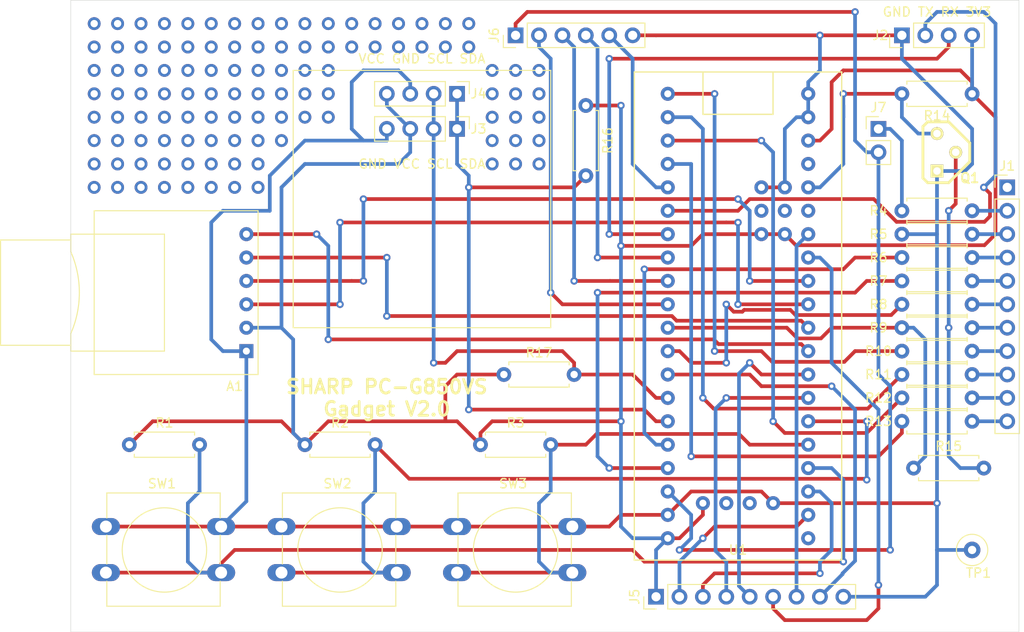
<source format=kicad_pcb>
(kicad_pcb (version 20171130) (host pcbnew 5.1.6-c6e7f7d~86~ubuntu16.04.1)

  (general
    (thickness 1.6)
    (drawings 12)
    (tracks 527)
    (zones 0)
    (modules 31)
    (nets 47)
  )

  (page A4)
  (layers
    (0 F.Cu signal)
    (31 B.Cu signal)
    (32 B.Adhes user)
    (33 F.Adhes user)
    (34 B.Paste user)
    (35 F.Paste user)
    (36 B.SilkS user)
    (37 F.SilkS user)
    (38 B.Mask user)
    (39 F.Mask user)
    (40 Dwgs.User user)
    (41 Cmts.User user)
    (42 Eco1.User user)
    (43 Eco2.User user)
    (44 Edge.Cuts user)
    (45 Margin user)
    (46 B.CrtYd user hide)
    (47 F.CrtYd user hide)
    (48 B.Fab user)
    (49 F.Fab user hide)
  )

  (setup
    (last_trace_width 0.4)
    (user_trace_width 0.4)
    (trace_clearance 0.2)
    (zone_clearance 0.508)
    (zone_45_only no)
    (trace_min 0.2)
    (via_size 0.8)
    (via_drill 0.4)
    (via_min_size 0.4)
    (via_min_drill 0.3)
    (user_via 0.8 0.6)
    (user_via 1.4 0.8)
    (uvia_size 0.3)
    (uvia_drill 0.1)
    (uvias_allowed no)
    (uvia_min_size 0.2)
    (uvia_min_drill 0.1)
    (edge_width 0.05)
    (segment_width 0.2)
    (pcb_text_width 0.3)
    (pcb_text_size 1.5 1.5)
    (mod_edge_width 0.12)
    (mod_text_size 1 1)
    (mod_text_width 0.15)
    (pad_size 1.524 1.524)
    (pad_drill 0.762)
    (pad_to_mask_clearance 0.05)
    (aux_axis_origin 0 0)
    (visible_elements FFFFFF7F)
    (pcbplotparams
      (layerselection 0x010fc_ffffffff)
      (usegerberextensions false)
      (usegerberattributes true)
      (usegerberadvancedattributes true)
      (creategerberjobfile true)
      (excludeedgelayer true)
      (linewidth 0.100000)
      (plotframeref false)
      (viasonmask false)
      (mode 1)
      (useauxorigin false)
      (hpglpennumber 1)
      (hpglpenspeed 20)
      (hpglpendiameter 15.000000)
      (psnegative false)
      (psa4output false)
      (plotreference true)
      (plotvalue true)
      (plotinvisibletext false)
      (padsonsilk false)
      (subtractmaskfromsilk false)
      (outputformat 1)
      (mirror false)
      (drillshape 0)
      (scaleselection 1)
      (outputdirectory "fab2/"))
  )

  (net 0 "")
  (net 1 "Net-(A1-Pad6)")
  (net 2 "Net-(A1-Pad5)")
  (net 3 "Net-(A1-Pad4)")
  (net 4 "Net-(A1-Pad3)")
  (net 5 "Net-(J1-Pad2)")
  (net 6 "Net-(J1-Pad7)")
  (net 7 "Net-(J1-Pad6)")
  (net 8 "Net-(J1-Pad5)")
  (net 9 "Net-(J1-Pad4)")
  (net 10 "Net-(J2-Pad3)")
  (net 11 "Net-(J2-Pad2)")
  (net 12 "Net-(J1-Pad11)")
  (net 13 "Net-(J1-Pad10)")
  (net 14 "Net-(J1-Pad9)")
  (net 15 "Net-(J1-Pad8)")
  (net 16 +3V3)
  (net 17 GND)
  (net 18 "Net-(R1-Pad2)")
  (net 19 "Net-(R2-Pad2)")
  (net 20 "Net-(R3-Pad2)")
  (net 21 "Net-(J3-Pad2)")
  (net 22 "Net-(J3-Pad1)")
  (net 23 "Net-(J1-Pad3)")
  (net 24 "Net-(R6-Pad1)")
  (net 25 "Net-(R7-Pad1)")
  (net 26 "Net-(R8-Pad1)")
  (net 27 "Net-(R10-Pad1)")
  (net 28 "Net-(R11-Pad1)")
  (net 29 "Net-(R12-Pad1)")
  (net 30 "Net-(R13-Pad1)")
  (net 31 "Net-(J5-Pad8)")
  (net 32 "Net-(J5-Pad7)")
  (net 33 "Net-(J5-Pad6)")
  (net 34 "Net-(J5-Pad5)")
  (net 35 "Net-(J5-Pad4)")
  (net 36 "Net-(J5-Pad3)")
  (net 37 "Net-(J5-Pad2)")
  (net 38 "Net-(J6-Pad5)")
  (net 39 "Net-(J6-Pad4)")
  (net 40 "Net-(J6-Pad3)")
  (net 41 "Net-(J6-Pad2)")
  (net 42 "Net-(J6-Pad1)")
  (net 43 "Net-(Q1-Pad1)")
  (net 44 "Net-(Q1-Pad2)")
  (net 45 "Net-(R15-Pad1)")
  (net 46 "Net-(J7-Pad1)")

  (net_class Default "This is the default net class."
    (clearance 0.2)
    (trace_width 0.25)
    (via_dia 0.8)
    (via_drill 0.4)
    (uvia_dia 0.3)
    (uvia_drill 0.1)
    (add_net +3V3)
    (add_net GND)
    (add_net "Net-(A1-Pad3)")
    (add_net "Net-(A1-Pad4)")
    (add_net "Net-(A1-Pad5)")
    (add_net "Net-(A1-Pad6)")
    (add_net "Net-(J1-Pad10)")
    (add_net "Net-(J1-Pad11)")
    (add_net "Net-(J1-Pad2)")
    (add_net "Net-(J1-Pad3)")
    (add_net "Net-(J1-Pad4)")
    (add_net "Net-(J1-Pad5)")
    (add_net "Net-(J1-Pad6)")
    (add_net "Net-(J1-Pad7)")
    (add_net "Net-(J1-Pad8)")
    (add_net "Net-(J1-Pad9)")
    (add_net "Net-(J2-Pad2)")
    (add_net "Net-(J2-Pad3)")
    (add_net "Net-(J3-Pad1)")
    (add_net "Net-(J3-Pad2)")
    (add_net "Net-(J5-Pad2)")
    (add_net "Net-(J5-Pad3)")
    (add_net "Net-(J5-Pad4)")
    (add_net "Net-(J5-Pad5)")
    (add_net "Net-(J5-Pad6)")
    (add_net "Net-(J5-Pad7)")
    (add_net "Net-(J5-Pad8)")
    (add_net "Net-(J6-Pad1)")
    (add_net "Net-(J6-Pad2)")
    (add_net "Net-(J6-Pad3)")
    (add_net "Net-(J6-Pad4)")
    (add_net "Net-(J6-Pad5)")
    (add_net "Net-(J7-Pad1)")
    (add_net "Net-(Q1-Pad1)")
    (add_net "Net-(Q1-Pad2)")
    (add_net "Net-(R1-Pad2)")
    (add_net "Net-(R10-Pad1)")
    (add_net "Net-(R11-Pad1)")
    (add_net "Net-(R12-Pad1)")
    (add_net "Net-(R13-Pad1)")
    (add_net "Net-(R15-Pad1)")
    (add_net "Net-(R2-Pad2)")
    (add_net "Net-(R3-Pad2)")
    (add_net "Net-(R6-Pad1)")
    (add_net "Net-(R7-Pad1)")
    (add_net "Net-(R8-Pad1)")
  )

  (module Connector_PinHeader_2.54mm:PinHeader_1x06_P2.54mm_Vertical (layer F.Cu) (tedit 59FED5CC) (tstamp 5F20F12F)
    (at 124.46 59.69 90)
    (descr "Through hole straight pin header, 1x06, 2.54mm pitch, single row")
    (tags "Through hole pin header THT 1x06 2.54mm single row")
    (path /5F29AE68)
    (fp_text reference J6 (at 0 -2.33 90) (layer F.SilkS)
      (effects (font (size 1 1) (thickness 0.15)))
    )
    (fp_text value Conn_01x06 (at 0 15.03 90) (layer F.Fab)
      (effects (font (size 1 1) (thickness 0.15)))
    )
    (fp_text user %R (at 0 6.35) (layer F.Fab)
      (effects (font (size 1 1) (thickness 0.15)))
    )
    (fp_line (start -0.635 -1.27) (end 1.27 -1.27) (layer F.Fab) (width 0.1))
    (fp_line (start 1.27 -1.27) (end 1.27 13.97) (layer F.Fab) (width 0.1))
    (fp_line (start 1.27 13.97) (end -1.27 13.97) (layer F.Fab) (width 0.1))
    (fp_line (start -1.27 13.97) (end -1.27 -0.635) (layer F.Fab) (width 0.1))
    (fp_line (start -1.27 -0.635) (end -0.635 -1.27) (layer F.Fab) (width 0.1))
    (fp_line (start -1.33 14.03) (end 1.33 14.03) (layer F.SilkS) (width 0.12))
    (fp_line (start -1.33 1.27) (end -1.33 14.03) (layer F.SilkS) (width 0.12))
    (fp_line (start 1.33 1.27) (end 1.33 14.03) (layer F.SilkS) (width 0.12))
    (fp_line (start -1.33 1.27) (end 1.33 1.27) (layer F.SilkS) (width 0.12))
    (fp_line (start -1.33 0) (end -1.33 -1.33) (layer F.SilkS) (width 0.12))
    (fp_line (start -1.33 -1.33) (end 0 -1.33) (layer F.SilkS) (width 0.12))
    (fp_line (start -1.8 -1.8) (end -1.8 14.5) (layer F.CrtYd) (width 0.05))
    (fp_line (start -1.8 14.5) (end 1.8 14.5) (layer F.CrtYd) (width 0.05))
    (fp_line (start 1.8 14.5) (end 1.8 -1.8) (layer F.CrtYd) (width 0.05))
    (fp_line (start 1.8 -1.8) (end -1.8 -1.8) (layer F.CrtYd) (width 0.05))
    (pad 6 thru_hole oval (at 0 12.7 90) (size 1.7 1.7) (drill 1) (layers *.Cu *.Mask)
      (net 17 GND))
    (pad 5 thru_hole oval (at 0 10.16 90) (size 1.7 1.7) (drill 1) (layers *.Cu *.Mask)
      (net 38 "Net-(J6-Pad5)"))
    (pad 4 thru_hole oval (at 0 7.62 90) (size 1.7 1.7) (drill 1) (layers *.Cu *.Mask)
      (net 39 "Net-(J6-Pad4)"))
    (pad 3 thru_hole oval (at 0 5.08 90) (size 1.7 1.7) (drill 1) (layers *.Cu *.Mask)
      (net 40 "Net-(J6-Pad3)"))
    (pad 2 thru_hole oval (at 0 2.54 90) (size 1.7 1.7) (drill 1) (layers *.Cu *.Mask)
      (net 41 "Net-(J6-Pad2)"))
    (pad 1 thru_hole rect (at 0 0 90) (size 1.7 1.7) (drill 1) (layers *.Cu *.Mask)
      (net 42 "Net-(J6-Pad1)"))
    (model ${KISYS3DMOD}/Connector_PinHeader_2.54mm.3dshapes/PinHeader_1x06_P2.54mm_Vertical.wrl
      (at (xyz 0 0 0))
      (scale (xyz 1 1 1))
      (rotate (xyz 0 0 0))
    )
  )

  (module Connector_PinHeader_2.54mm:PinHeader_1x02_P2.54mm_Vertical (layer F.Cu) (tedit 59FED5CC) (tstamp 5F20D1BA)
    (at 163.83 69.85)
    (descr "Through hole straight pin header, 1x02, 2.54mm pitch, single row")
    (tags "Through hole pin header THT 1x02 2.54mm single row")
    (path /5F246618)
    (fp_text reference J7 (at 0 -2.33) (layer F.SilkS)
      (effects (font (size 1 1) (thickness 0.15)))
    )
    (fp_text value Conn_01x02 (at 0 4.87) (layer F.Fab)
      (effects (font (size 1 1) (thickness 0.15)))
    )
    (fp_text user %R (at 0 1.27 90) (layer F.Fab)
      (effects (font (size 1 1) (thickness 0.15)))
    )
    (fp_line (start -0.635 -1.27) (end 1.27 -1.27) (layer F.Fab) (width 0.1))
    (fp_line (start 1.27 -1.27) (end 1.27 3.81) (layer F.Fab) (width 0.1))
    (fp_line (start 1.27 3.81) (end -1.27 3.81) (layer F.Fab) (width 0.1))
    (fp_line (start -1.27 3.81) (end -1.27 -0.635) (layer F.Fab) (width 0.1))
    (fp_line (start -1.27 -0.635) (end -0.635 -1.27) (layer F.Fab) (width 0.1))
    (fp_line (start -1.33 3.87) (end 1.33 3.87) (layer F.SilkS) (width 0.12))
    (fp_line (start -1.33 1.27) (end -1.33 3.87) (layer F.SilkS) (width 0.12))
    (fp_line (start 1.33 1.27) (end 1.33 3.87) (layer F.SilkS) (width 0.12))
    (fp_line (start -1.33 1.27) (end 1.33 1.27) (layer F.SilkS) (width 0.12))
    (fp_line (start -1.33 0) (end -1.33 -1.33) (layer F.SilkS) (width 0.12))
    (fp_line (start -1.33 -1.33) (end 0 -1.33) (layer F.SilkS) (width 0.12))
    (fp_line (start -1.8 -1.8) (end -1.8 4.35) (layer F.CrtYd) (width 0.05))
    (fp_line (start -1.8 4.35) (end 1.8 4.35) (layer F.CrtYd) (width 0.05))
    (fp_line (start 1.8 4.35) (end 1.8 -1.8) (layer F.CrtYd) (width 0.05))
    (fp_line (start 1.8 -1.8) (end -1.8 -1.8) (layer F.CrtYd) (width 0.05))
    (pad 2 thru_hole oval (at 0 2.54) (size 1.7 1.7) (drill 1) (layers *.Cu *.Mask)
      (net 42 "Net-(J6-Pad1)"))
    (pad 1 thru_hole rect (at 0 0) (size 1.7 1.7) (drill 1) (layers *.Cu *.Mask)
      (net 46 "Net-(J7-Pad1)"))
    (model ${KISYS3DMOD}/Connector_PinHeader_2.54mm.3dshapes/PinHeader_1x02_P2.54mm_Vertical.wrl
      (at (xyz 0 0 0))
      (scale (xyz 1 1 1))
      (rotate (xyz 0 0 0))
    )
  )

  (module Resistor_THT:R_Axial_DIN0207_L6.3mm_D2.5mm_P7.62mm_Horizontal (layer F.Cu) (tedit 5AE5139B) (tstamp 5F20D498)
    (at 123.19 96.52)
    (descr "Resistor, Axial_DIN0207 series, Axial, Horizontal, pin pitch=7.62mm, 0.25W = 1/4W, length*diameter=6.3*2.5mm^2, http://cdn-reichelt.de/documents/datenblatt/B400/1_4W%23YAG.pdf")
    (tags "Resistor Axial_DIN0207 series Axial Horizontal pin pitch 7.62mm 0.25W = 1/4W length 6.3mm diameter 2.5mm")
    (path /5F2095DC)
    (fp_text reference R17 (at 3.81 -2.37) (layer F.SilkS)
      (effects (font (size 1 1) (thickness 0.15)))
    )
    (fp_text value R_Small (at 3.81 2.37) (layer F.Fab)
      (effects (font (size 1 1) (thickness 0.15)))
    )
    (fp_text user %R (at 3.81 0) (layer F.Fab)
      (effects (font (size 1 1) (thickness 0.15)))
    )
    (fp_line (start 0.66 -1.25) (end 0.66 1.25) (layer F.Fab) (width 0.1))
    (fp_line (start 0.66 1.25) (end 6.96 1.25) (layer F.Fab) (width 0.1))
    (fp_line (start 6.96 1.25) (end 6.96 -1.25) (layer F.Fab) (width 0.1))
    (fp_line (start 6.96 -1.25) (end 0.66 -1.25) (layer F.Fab) (width 0.1))
    (fp_line (start 0 0) (end 0.66 0) (layer F.Fab) (width 0.1))
    (fp_line (start 7.62 0) (end 6.96 0) (layer F.Fab) (width 0.1))
    (fp_line (start 0.54 -1.04) (end 0.54 -1.37) (layer F.SilkS) (width 0.12))
    (fp_line (start 0.54 -1.37) (end 7.08 -1.37) (layer F.SilkS) (width 0.12))
    (fp_line (start 7.08 -1.37) (end 7.08 -1.04) (layer F.SilkS) (width 0.12))
    (fp_line (start 0.54 1.04) (end 0.54 1.37) (layer F.SilkS) (width 0.12))
    (fp_line (start 0.54 1.37) (end 7.08 1.37) (layer F.SilkS) (width 0.12))
    (fp_line (start 7.08 1.37) (end 7.08 1.04) (layer F.SilkS) (width 0.12))
    (fp_line (start -1.05 -1.5) (end -1.05 1.5) (layer F.CrtYd) (width 0.05))
    (fp_line (start -1.05 1.5) (end 8.67 1.5) (layer F.CrtYd) (width 0.05))
    (fp_line (start 8.67 1.5) (end 8.67 -1.5) (layer F.CrtYd) (width 0.05))
    (fp_line (start 8.67 -1.5) (end -1.05 -1.5) (layer F.CrtYd) (width 0.05))
    (pad 2 thru_hole oval (at 7.62 0) (size 1.6 1.6) (drill 0.8) (layers *.Cu *.Mask)
      (net 21 "Net-(J3-Pad2)"))
    (pad 1 thru_hole circle (at 0 0) (size 1.6 1.6) (drill 0.8) (layers *.Cu *.Mask)
      (net 16 +3V3))
    (model ${KISYS3DMOD}/Resistor_THT.3dshapes/R_Axial_DIN0207_L6.3mm_D2.5mm_P7.62mm_Horizontal.wrl
      (at (xyz 0 0 0))
      (scale (xyz 1 1 1))
      (rotate (xyz 0 0 0))
    )
  )

  (module TestPoint:TestPoint_Loop_D2.60mm_Drill0.9mm_Beaded (layer F.Cu) (tedit 5A0F774F) (tstamp 5F20D53B)
    (at 173.99 115.57)
    (descr "wire loop with bead as test point, loop diameter2.6mm, hole diameter 0.9mm")
    (tags "test point wire loop bead")
    (path /5F260ACC)
    (fp_text reference TP1 (at 0.7 2.5) (layer F.SilkS)
      (effects (font (size 1 1) (thickness 0.15)))
    )
    (fp_text value TestPoint (at 0 -2.8) (layer F.Fab)
      (effects (font (size 1 1) (thickness 0.15)))
    )
    (fp_text user %R (at 0.7 2.5) (layer F.Fab)
      (effects (font (size 1 1) (thickness 0.15)))
    )
    (fp_line (start -1.3 -0.3) (end -1.3 0.3) (layer F.Fab) (width 0.12))
    (fp_line (start -1.3 0.3) (end 1.3 0.3) (layer F.Fab) (width 0.12))
    (fp_line (start 1.3 0.3) (end 1.3 -0.3) (layer F.Fab) (width 0.12))
    (fp_line (start 1.3 -0.3) (end -1.3 -0.3) (layer F.Fab) (width 0.12))
    (fp_circle (center 0 0) (end 2 0) (layer F.CrtYd) (width 0.05))
    (fp_circle (center 0 0) (end 1.7 0) (layer F.SilkS) (width 0.12))
    (fp_circle (center 0 0) (end 1.5 0) (layer F.Fab) (width 0.12))
    (pad 1 thru_hole circle (at 0 0) (size 1.8 1.8) (drill 0.9) (layers *.Cu *.Mask)
      (net 17 GND))
    (model ${KISYS3DMOD}/TestPoint.3dshapes/TestPoint_Loop_D2.60mm_Drill0.9mm_Beaded.wrl
      (at (xyz 0 0 0))
      (scale (xyz 1 1 1))
      (rotate (xyz 0 0 0))
    )
  )

  (module Resistor_THT:R_Axial_DIN0207_L6.3mm_D2.5mm_P7.62mm_Horizontal (layer F.Cu) (tedit 5AE5139B) (tstamp 5F20D481)
    (at 132.08 67.31 270)
    (descr "Resistor, Axial_DIN0207 series, Axial, Horizontal, pin pitch=7.62mm, 0.25W = 1/4W, length*diameter=6.3*2.5mm^2, http://cdn-reichelt.de/documents/datenblatt/B400/1_4W%23YAG.pdf")
    (tags "Resistor Axial_DIN0207 series Axial Horizontal pin pitch 7.62mm 0.25W = 1/4W length 6.3mm diameter 2.5mm")
    (path /5F2087C8)
    (fp_text reference R16 (at 3.81 -2.37 90) (layer F.SilkS)
      (effects (font (size 1 1) (thickness 0.15)))
    )
    (fp_text value R_Small (at 3.81 2.37 90) (layer F.Fab)
      (effects (font (size 1 1) (thickness 0.15)))
    )
    (fp_text user %R (at 3.81 0 90) (layer F.Fab)
      (effects (font (size 1 1) (thickness 0.15)))
    )
    (fp_line (start 0.66 -1.25) (end 0.66 1.25) (layer F.Fab) (width 0.1))
    (fp_line (start 0.66 1.25) (end 6.96 1.25) (layer F.Fab) (width 0.1))
    (fp_line (start 6.96 1.25) (end 6.96 -1.25) (layer F.Fab) (width 0.1))
    (fp_line (start 6.96 -1.25) (end 0.66 -1.25) (layer F.Fab) (width 0.1))
    (fp_line (start 0 0) (end 0.66 0) (layer F.Fab) (width 0.1))
    (fp_line (start 7.62 0) (end 6.96 0) (layer F.Fab) (width 0.1))
    (fp_line (start 0.54 -1.04) (end 0.54 -1.37) (layer F.SilkS) (width 0.12))
    (fp_line (start 0.54 -1.37) (end 7.08 -1.37) (layer F.SilkS) (width 0.12))
    (fp_line (start 7.08 -1.37) (end 7.08 -1.04) (layer F.SilkS) (width 0.12))
    (fp_line (start 0.54 1.04) (end 0.54 1.37) (layer F.SilkS) (width 0.12))
    (fp_line (start 0.54 1.37) (end 7.08 1.37) (layer F.SilkS) (width 0.12))
    (fp_line (start 7.08 1.37) (end 7.08 1.04) (layer F.SilkS) (width 0.12))
    (fp_line (start -1.05 -1.5) (end -1.05 1.5) (layer F.CrtYd) (width 0.05))
    (fp_line (start -1.05 1.5) (end 8.67 1.5) (layer F.CrtYd) (width 0.05))
    (fp_line (start 8.67 1.5) (end 8.67 -1.5) (layer F.CrtYd) (width 0.05))
    (fp_line (start 8.67 -1.5) (end -1.05 -1.5) (layer F.CrtYd) (width 0.05))
    (pad 2 thru_hole oval (at 7.62 0 270) (size 1.6 1.6) (drill 0.8) (layers *.Cu *.Mask)
      (net 22 "Net-(J3-Pad1)"))
    (pad 1 thru_hole circle (at 0 0 270) (size 1.6 1.6) (drill 0.8) (layers *.Cu *.Mask)
      (net 16 +3V3))
    (model ${KISYS3DMOD}/Resistor_THT.3dshapes/R_Axial_DIN0207_L6.3mm_D2.5mm_P7.62mm_Horizontal.wrl
      (at (xyz 0 0 0))
      (scale (xyz 1 1 1))
      (rotate (xyz 0 0 0))
    )
  )

  (module Resistor_THT:R_Axial_DIN0207_L6.3mm_D2.5mm_P7.62mm_Horizontal (layer F.Cu) (tedit 5AE5139B) (tstamp 5F0AB068)
    (at 167.64 106.68)
    (descr "Resistor, Axial_DIN0207 series, Axial, Horizontal, pin pitch=7.62mm, 0.25W = 1/4W, length*diameter=6.3*2.5mm^2, http://cdn-reichelt.de/documents/datenblatt/B400/1_4W%23YAG.pdf")
    (tags "Resistor Axial_DIN0207 series Axial Horizontal pin pitch 7.62mm 0.25W = 1/4W length 6.3mm diameter 2.5mm")
    (path /5F2420F7)
    (fp_text reference R15 (at 3.81 -2.37) (layer F.SilkS)
      (effects (font (size 1 1) (thickness 0.15)))
    )
    (fp_text value R_Small (at 3.81 2.37) (layer F.Fab)
      (effects (font (size 1 1) (thickness 0.15)))
    )
    (fp_line (start 8.67 -1.5) (end -1.05 -1.5) (layer F.CrtYd) (width 0.05))
    (fp_line (start 8.67 1.5) (end 8.67 -1.5) (layer F.CrtYd) (width 0.05))
    (fp_line (start -1.05 1.5) (end 8.67 1.5) (layer F.CrtYd) (width 0.05))
    (fp_line (start -1.05 -1.5) (end -1.05 1.5) (layer F.CrtYd) (width 0.05))
    (fp_line (start 7.08 1.37) (end 7.08 1.04) (layer F.SilkS) (width 0.12))
    (fp_line (start 0.54 1.37) (end 7.08 1.37) (layer F.SilkS) (width 0.12))
    (fp_line (start 0.54 1.04) (end 0.54 1.37) (layer F.SilkS) (width 0.12))
    (fp_line (start 7.08 -1.37) (end 7.08 -1.04) (layer F.SilkS) (width 0.12))
    (fp_line (start 0.54 -1.37) (end 7.08 -1.37) (layer F.SilkS) (width 0.12))
    (fp_line (start 0.54 -1.04) (end 0.54 -1.37) (layer F.SilkS) (width 0.12))
    (fp_line (start 7.62 0) (end 6.96 0) (layer F.Fab) (width 0.1))
    (fp_line (start 0 0) (end 0.66 0) (layer F.Fab) (width 0.1))
    (fp_line (start 6.96 -1.25) (end 0.66 -1.25) (layer F.Fab) (width 0.1))
    (fp_line (start 6.96 1.25) (end 6.96 -1.25) (layer F.Fab) (width 0.1))
    (fp_line (start 0.66 1.25) (end 6.96 1.25) (layer F.Fab) (width 0.1))
    (fp_line (start 0.66 -1.25) (end 0.66 1.25) (layer F.Fab) (width 0.1))
    (fp_text user %R (at 3.81 0) (layer F.Fab)
      (effects (font (size 1 1) (thickness 0.15)))
    )
    (pad 2 thru_hole oval (at 7.62 0) (size 1.6 1.6) (drill 0.8) (layers *.Cu *.Mask)
      (net 44 "Net-(Q1-Pad2)"))
    (pad 1 thru_hole circle (at 0 0) (size 1.6 1.6) (drill 0.8) (layers *.Cu *.Mask)
      (net 45 "Net-(R15-Pad1)"))
    (model ${KISYS3DMOD}/Resistor_THT.3dshapes/R_Axial_DIN0207_L6.3mm_D2.5mm_P7.62mm_Horizontal.wrl
      (at (xyz 0 0 0))
      (scale (xyz 1 1 1))
      (rotate (xyz 0 0 0))
    )
  )

  (module BP:BLUEPILL (layer F.Cu) (tedit 58714A34) (tstamp 5F02EEC0)
    (at 148.59 90.17)
    (path /5F02319D)
    (fp_text reference U1 (at 0 25.4) (layer F.SilkS)
      (effects (font (size 1 1) (thickness 0.15)))
    )
    (fp_text value BP (at 0 -24.1) (layer F.Fab)
      (effects (font (size 1 1) (thickness 0.15)))
    )
    (fp_line (start -3.8 -26.4) (end -3.8 -21.9) (layer F.SilkS) (width 0.15))
    (fp_line (start -3.8 -21.9) (end 3.8 -21.9) (layer F.SilkS) (width 0.15))
    (fp_line (start 3.8 -21.9) (end 3.8 -26.4) (layer F.SilkS) (width 0.15))
    (fp_line (start -11.25 -26.5) (end 11.25 -26.5) (layer F.SilkS) (width 0.15))
    (fp_line (start 11.25 -26.5) (end 11.25 26.5) (layer F.SilkS) (width 0.15))
    (fp_line (start 11.25 26.5) (end -11.25 26.5) (layer F.SilkS) (width 0.15))
    (fp_line (start -11.25 26.5) (end -11.25 -26.5) (layer F.SilkS) (width 0.15))
    (pad 5V thru_hole circle (at -7.62 19.05) (size 1.524 1.524) (drill 0.762) (layers *.Cu *.Mask)
      (net 42 "Net-(J6-Pad1)"))
    (pad 3V3 thru_hole circle (at 2.54 -8.89) (size 1.524 1.524) (drill 0.762) (layers *.Cu *.Mask)
      (net 16 +3V3))
    (pad PB2 thru_hole circle (at 2.54 -11.43) (size 1.524 1.524) (drill 0.762) (layers *.Cu *.Mask))
    (pad G thru_hole circle (at 2.54 -13.97) (size 1.524 1.524) (drill 0.762) (layers *.Cu *.Mask)
      (net 17 GND))
    (pad 3V3 thru_hole circle (at 5.08 -8.89) (size 1.524 1.524) (drill 0.762) (layers *.Cu *.Mask)
      (net 16 +3V3))
    (pad BOOT thru_hole circle (at 5.08 -11.43) (size 1.524 1.524) (drill 0.762) (layers *.Cu *.Mask))
    (pad G thru_hole circle (at 5.08 -13.97) (size 1.524 1.524) (drill 0.762) (layers *.Cu *.Mask)
      (net 17 GND))
    (pad G thru_hole circle (at 3.81 20.32) (size 1.524 1.524) (drill 0.762) (layers *.Cu *.Mask)
      (net 17 GND))
    (pad PA14 thru_hole circle (at 1.27 20.32) (size 1.524 1.524) (drill 0.762) (layers *.Cu *.Mask))
    (pad PA13 thru_hole circle (at -1.27 20.32) (size 1.524 1.524) (drill 0.762) (layers *.Cu *.Mask))
    (pad 3V3 thru_hole circle (at -3.81 20.32) (size 1.524 1.524) (drill 0.762) (layers *.Cu *.Mask)
      (net 16 +3V3))
    (pad G thru_hole circle (at 7.62 -24.13) (size 1.524 1.524) (drill 0.762) (layers *.Cu *.Mask)
      (net 17 GND))
    (pad G thru_hole circle (at 7.62 -21.59) (size 1.524 1.524) (drill 0.762) (layers *.Cu *.Mask)
      (net 17 GND))
    (pad 3V3 thru_hole circle (at 7.62 -19.05) (size 1.524 1.524) (drill 0.762) (layers *.Cu *.Mask)
      (net 16 +3V3))
    (pad NRST thru_hole circle (at 7.62 -16.51) (size 1.524 1.524) (drill 0.762) (layers *.Cu *.Mask))
    (pad PB11 thru_hole circle (at 7.62 -13.97) (size 1.524 1.524) (drill 0.762) (layers *.Cu *.Mask)
      (net 43 "Net-(Q1-Pad1)"))
    (pad PB10 thru_hole circle (at 7.62 -11.43) (size 1.524 1.524) (drill 0.762) (layers *.Cu *.Mask))
    (pad PB1 thru_hole circle (at 7.62 -8.89) (size 1.524 1.524) (drill 0.762) (layers *.Cu *.Mask)
      (net 32 "Net-(J5-Pad7)"))
    (pad PB0 thru_hole circle (at 7.62 -6.35) (size 1.524 1.524) (drill 0.762) (layers *.Cu *.Mask)
      (net 33 "Net-(J5-Pad6)"))
    (pad PA7 thru_hole circle (at 7.62 -3.81) (size 1.524 1.524) (drill 0.762) (layers *.Cu *.Mask)
      (net 3 "Net-(A1-Pad4)"))
    (pad PA6 thru_hole circle (at 7.62 -1.27) (size 1.524 1.524) (drill 0.762) (layers *.Cu *.Mask)
      (net 4 "Net-(A1-Pad3)"))
    (pad PA5 thru_hole circle (at 7.62 1.27) (size 1.524 1.524) (drill 0.762) (layers *.Cu *.Mask)
      (net 2 "Net-(A1-Pad5)"))
    (pad PA4 thru_hole circle (at 7.62 3.81) (size 1.524 1.524) (drill 0.762) (layers *.Cu *.Mask)
      (net 1 "Net-(A1-Pad6)"))
    (pad PA3 thru_hole circle (at 7.62 6.35) (size 1.524 1.524) (drill 0.762) (layers *.Cu *.Mask)
      (net 34 "Net-(J5-Pad5)"))
    (pad PA2 thru_hole circle (at 7.62 8.89) (size 1.524 1.524) (drill 0.762) (layers *.Cu *.Mask)
      (net 35 "Net-(J5-Pad4)"))
    (pad PA1 thru_hole circle (at 7.62 11.43) (size 1.524 1.524) (drill 0.762) (layers *.Cu *.Mask)
      (net 19 "Net-(R2-Pad2)"))
    (pad PA0 thru_hole circle (at 7.62 13.97) (size 1.524 1.524) (drill 0.762) (layers *.Cu *.Mask)
      (net 20 "Net-(R3-Pad2)"))
    (pad PC15 thru_hole circle (at 7.62 16.51) (size 1.524 1.524) (drill 0.762) (layers *.Cu *.Mask)
      (net 18 "Net-(R1-Pad2)"))
    (pad PC14 thru_hole circle (at 7.62 19.05) (size 1.524 1.524) (drill 0.762) (layers *.Cu *.Mask)
      (net 36 "Net-(J5-Pad3)"))
    (pad PC13 thru_hole circle (at 7.62 21.59) (size 1.524 1.524) (drill 0.762) (layers *.Cu *.Mask)
      (net 37 "Net-(J5-Pad2)"))
    (pad VBAT thru_hole circle (at 7.62 24.13) (size 1.524 1.524) (drill 0.762) (layers *.Cu *.Mask))
    (pad 3V3 thru_hole circle (at -7.62 24.13) (size 1.524 1.524) (drill 0.762) (layers *.Cu *.Mask)
      (net 16 +3V3))
    (pad G thru_hole circle (at -7.62 21.59) (size 1.524 1.524) (drill 0.762) (layers *.Cu *.Mask)
      (net 17 GND))
    (pad PB9 thru_hole circle (at -7.62 16.51) (size 1.524 1.524) (drill 0.762) (layers *.Cu *.Mask)
      (net 25 "Net-(R7-Pad1)"))
    (pad PB8 thru_hole circle (at -7.62 13.97) (size 1.524 1.524) (drill 0.762) (layers *.Cu *.Mask)
      (net 24 "Net-(R6-Pad1)"))
    (pad PB7 thru_hole circle (at -7.62 11.43) (size 1.524 1.524) (drill 0.762) (layers *.Cu *.Mask)
      (net 22 "Net-(J3-Pad1)"))
    (pad PB6 thru_hole circle (at -7.62 8.89) (size 1.524 1.524) (drill 0.762) (layers *.Cu *.Mask)
      (net 21 "Net-(J3-Pad2)"))
    (pad PB5 thru_hole circle (at -7.62 6.35) (size 1.524 1.524) (drill 0.762) (layers *.Cu *.Mask)
      (net 31 "Net-(J5-Pad8)"))
    (pad PB4 thru_hole circle (at -7.62 3.81) (size 1.524 1.524) (drill 0.762) (layers *.Cu *.Mask)
      (net 26 "Net-(R8-Pad1)"))
    (pad PB3 thru_hole circle (at -7.62 1.27) (size 1.524 1.524) (drill 0.762) (layers *.Cu *.Mask)
      (net 45 "Net-(R15-Pad1)"))
    (pad PA15 thru_hole circle (at -7.62 -1.27) (size 1.524 1.524) (drill 0.762) (layers *.Cu *.Mask)
      (net 41 "Net-(J6-Pad2)"))
    (pad PA12 thru_hole circle (at -7.62 -3.81) (size 1.524 1.524) (drill 0.762) (layers *.Cu *.Mask)
      (net 40 "Net-(J6-Pad3)"))
    (pad PA11 thru_hole circle (at -7.62 -6.35) (size 1.524 1.524) (drill 0.762) (layers *.Cu *.Mask)
      (net 39 "Net-(J6-Pad4)"))
    (pad PA10 thru_hole circle (at -7.62 -8.89) (size 1.524 1.524) (drill 0.762) (layers *.Cu *.Mask)
      (net 10 "Net-(J2-Pad3)"))
    (pad PA9 thru_hole circle (at -7.62 -11.43) (size 1.524 1.524) (drill 0.762) (layers *.Cu *.Mask)
      (net 11 "Net-(J2-Pad2)"))
    (pad PA8 thru_hole circle (at -7.62 -13.97) (size 1.524 1.524) (drill 0.762) (layers *.Cu *.Mask)
      (net 38 "Net-(J6-Pad5)"))
    (pad PB15 thru_hole circle (at -7.62 -16.51) (size 1.524 1.524) (drill 0.762) (layers *.Cu *.Mask)
      (net 30 "Net-(R13-Pad1)"))
    (pad PB14 thru_hole circle (at -7.62 -19.05) (size 1.524 1.524) (drill 0.762) (layers *.Cu *.Mask)
      (net 29 "Net-(R12-Pad1)"))
    (pad PB13 thru_hole circle (at -7.62 -21.59) (size 1.524 1.524) (drill 0.762) (layers *.Cu *.Mask)
      (net 28 "Net-(R11-Pad1)"))
    (pad PB12 thru_hole circle (at -7.62 -24.13) (size 1.524 1.524) (drill 0.762) (layers *.Cu *.Mask)
      (net 27 "Net-(R10-Pad1)"))
  )

  (module Button_Switch_THT:SW_PUSH-12mm (layer F.Cu) (tedit 5D160D14) (tstamp 5F0317D3)
    (at 99.06 113.03)
    (descr "SW PUSH 12mm https://www.e-switch.com/system/asset/product_line/data_sheet/143/TL1100.pdf")
    (tags "tact sw push 12mm")
    (path /5F055545)
    (fp_text reference SW2 (at 6.08 -4.66) (layer F.SilkS)
      (effects (font (size 1 1) (thickness 0.15)))
    )
    (fp_text value Switch_SW_SPST (at 6.62 9.93) (layer F.Fab)
      (effects (font (size 1 1) (thickness 0.15)))
    )
    (fp_line (start 0.25 8.5) (end 12.25 8.5) (layer F.Fab) (width 0.1))
    (fp_line (start 0.25 -3.5) (end 12.25 -3.5) (layer F.Fab) (width 0.1))
    (fp_line (start 12.25 -3.5) (end 12.25 8.5) (layer F.Fab) (width 0.1))
    (fp_line (start 0.1 -3.65) (end 12.4 -3.65) (layer F.SilkS) (width 0.12))
    (fp_line (start 12.4 0.93) (end 12.4 4.07) (layer F.SilkS) (width 0.12))
    (fp_line (start 12.4 8.65) (end 0.1 8.65) (layer F.SilkS) (width 0.12))
    (fp_line (start 0.1 -0.93) (end 0.1 -3.65) (layer F.SilkS) (width 0.12))
    (fp_line (start -1.77 -3.75) (end 14.25 -3.75) (layer F.CrtYd) (width 0.05))
    (fp_line (start -1.77 -3.75) (end -1.77 8.75) (layer F.CrtYd) (width 0.05))
    (fp_line (start 14.25 8.75) (end 14.25 -3.75) (layer F.CrtYd) (width 0.05))
    (fp_line (start 14.25 8.75) (end -1.77 8.75) (layer F.CrtYd) (width 0.05))
    (fp_circle (center 6.35 2.54) (end 10.16 5.08) (layer F.SilkS) (width 0.12))
    (fp_line (start 0.25 -3.5) (end 0.25 8.5) (layer F.Fab) (width 0.1))
    (fp_line (start 0.1 8.65) (end 0.1 5.93) (layer F.SilkS) (width 0.12))
    (fp_line (start 0.1 4.07) (end 0.1 0.93) (layer F.SilkS) (width 0.12))
    (fp_line (start 12.4 5.93) (end 12.4 8.65) (layer F.SilkS) (width 0.12))
    (fp_line (start 12.4 -3.65) (end 12.4 -0.93) (layer F.SilkS) (width 0.12))
    (fp_text user %R (at 6.35 2.54) (layer F.Fab)
      (effects (font (size 1 1) (thickness 0.15)))
    )
    (pad 2 thru_hole oval (at 0 5) (size 3.048 1.85) (drill 1.3) (layers *.Cu *.Mask)
      (net 19 "Net-(R2-Pad2)"))
    (pad 1 thru_hole oval (at 0 0) (size 3.048 1.85) (drill 1.3) (layers *.Cu *.Mask)
      (net 17 GND))
    (pad 2 thru_hole oval (at 12.5 5) (size 3.048 1.85) (drill 1.3) (layers *.Cu *.Mask)
      (net 19 "Net-(R2-Pad2)"))
    (pad 1 thru_hole oval (at 12.5 0) (size 3.048 1.85) (drill 1.3) (layers *.Cu *.Mask)
      (net 17 GND))
    (model ${KISYS3DMOD}/Button_Switch_THT.3dshapes/SW_PUSH-12mm.wrl
      (at (xyz 0 0 0))
      (scale (xyz 1 1 1))
      (rotate (xyz 0 0 0))
    )
  )

  (module Connector_PinHeader_2.54mm:PinHeader_1x09_P2.54mm_Vertical (layer F.Cu) (tedit 59FED5CC) (tstamp 5F0A4F89)
    (at 139.7 120.65 90)
    (descr "Through hole straight pin header, 1x09, 2.54mm pitch, single row")
    (tags "Through hole pin header THT 1x09 2.54mm single row")
    (path /5F18AFE4)
    (fp_text reference J5 (at 0 -2.33 90) (layer F.SilkS)
      (effects (font (size 1 1) (thickness 0.15)))
    )
    (fp_text value Conn_01x09 (at 0 22.65 90) (layer F.Fab)
      (effects (font (size 1 1) (thickness 0.15)))
    )
    (fp_line (start -0.635 -1.27) (end 1.27 -1.27) (layer F.Fab) (width 0.1))
    (fp_line (start 1.27 -1.27) (end 1.27 21.59) (layer F.Fab) (width 0.1))
    (fp_line (start 1.27 21.59) (end -1.27 21.59) (layer F.Fab) (width 0.1))
    (fp_line (start -1.27 21.59) (end -1.27 -0.635) (layer F.Fab) (width 0.1))
    (fp_line (start -1.27 -0.635) (end -0.635 -1.27) (layer F.Fab) (width 0.1))
    (fp_line (start -1.33 21.65) (end 1.33 21.65) (layer F.SilkS) (width 0.12))
    (fp_line (start -1.33 1.27) (end -1.33 21.65) (layer F.SilkS) (width 0.12))
    (fp_line (start 1.33 1.27) (end 1.33 21.65) (layer F.SilkS) (width 0.12))
    (fp_line (start -1.33 1.27) (end 1.33 1.27) (layer F.SilkS) (width 0.12))
    (fp_line (start -1.33 0) (end -1.33 -1.33) (layer F.SilkS) (width 0.12))
    (fp_line (start -1.33 -1.33) (end 0 -1.33) (layer F.SilkS) (width 0.12))
    (fp_line (start -1.8 -1.8) (end -1.8 22.1) (layer F.CrtYd) (width 0.05))
    (fp_line (start -1.8 22.1) (end 1.8 22.1) (layer F.CrtYd) (width 0.05))
    (fp_line (start 1.8 22.1) (end 1.8 -1.8) (layer F.CrtYd) (width 0.05))
    (fp_line (start 1.8 -1.8) (end -1.8 -1.8) (layer F.CrtYd) (width 0.05))
    (fp_text user %R (at 0 10.16) (layer F.Fab)
      (effects (font (size 1 1) (thickness 0.15)))
    )
    (pad 9 thru_hole oval (at 0 20.32 90) (size 1.7 1.7) (drill 1) (layers *.Cu *.Mask)
      (net 17 GND))
    (pad 8 thru_hole oval (at 0 17.78 90) (size 1.7 1.7) (drill 1) (layers *.Cu *.Mask)
      (net 31 "Net-(J5-Pad8)"))
    (pad 7 thru_hole oval (at 0 15.24 90) (size 1.7 1.7) (drill 1) (layers *.Cu *.Mask)
      (net 32 "Net-(J5-Pad7)"))
    (pad 6 thru_hole oval (at 0 12.7 90) (size 1.7 1.7) (drill 1) (layers *.Cu *.Mask)
      (net 33 "Net-(J5-Pad6)"))
    (pad 5 thru_hole oval (at 0 10.16 90) (size 1.7 1.7) (drill 1) (layers *.Cu *.Mask)
      (net 34 "Net-(J5-Pad5)"))
    (pad 4 thru_hole oval (at 0 7.62 90) (size 1.7 1.7) (drill 1) (layers *.Cu *.Mask)
      (net 35 "Net-(J5-Pad4)"))
    (pad 3 thru_hole oval (at 0 5.08 90) (size 1.7 1.7) (drill 1) (layers *.Cu *.Mask)
      (net 36 "Net-(J5-Pad3)"))
    (pad 2 thru_hole oval (at 0 2.54 90) (size 1.7 1.7) (drill 1) (layers *.Cu *.Mask)
      (net 37 "Net-(J5-Pad2)"))
    (pad 1 thru_hole rect (at 0 0 90) (size 1.7 1.7) (drill 1) (layers *.Cu *.Mask)
      (net 16 +3V3))
    (model ${KISYS3DMOD}/Connector_PinHeader_2.54mm.3dshapes/PinHeader_1x09_P2.54mm_Vertical.wrl
      (at (xyz 0 0 0))
      (scale (xyz 1 1 1))
      (rotate (xyz 0 0 0))
    )
  )

  (module Resistor_THT:R_Axial_DIN0207_L6.3mm_D2.5mm_P7.62mm_Horizontal (layer F.Cu) (tedit 5AE5139B) (tstamp 5F0A522A)
    (at 173.99 66.04 180)
    (descr "Resistor, Axial_DIN0207 series, Axial, Horizontal, pin pitch=7.62mm, 0.25W = 1/4W, length*diameter=6.3*2.5mm^2, http://cdn-reichelt.de/documents/datenblatt/B400/1_4W%23YAG.pdf")
    (tags "Resistor Axial_DIN0207 series Axial Horizontal pin pitch 7.62mm 0.25W = 1/4W length 6.3mm diameter 2.5mm")
    (path /5F0AEA9C)
    (fp_text reference R14 (at 3.81 -2.37) (layer F.SilkS)
      (effects (font (size 1 1) (thickness 0.15)))
    )
    (fp_text value R_Small (at 3.81 2.37) (layer F.Fab)
      (effects (font (size 1 1) (thickness 0.15)))
    )
    (fp_line (start 0.66 -1.25) (end 0.66 1.25) (layer F.Fab) (width 0.1))
    (fp_line (start 0.66 1.25) (end 6.96 1.25) (layer F.Fab) (width 0.1))
    (fp_line (start 6.96 1.25) (end 6.96 -1.25) (layer F.Fab) (width 0.1))
    (fp_line (start 6.96 -1.25) (end 0.66 -1.25) (layer F.Fab) (width 0.1))
    (fp_line (start 0 0) (end 0.66 0) (layer F.Fab) (width 0.1))
    (fp_line (start 7.62 0) (end 6.96 0) (layer F.Fab) (width 0.1))
    (fp_line (start 0.54 -1.04) (end 0.54 -1.37) (layer F.SilkS) (width 0.12))
    (fp_line (start 0.54 -1.37) (end 7.08 -1.37) (layer F.SilkS) (width 0.12))
    (fp_line (start 7.08 -1.37) (end 7.08 -1.04) (layer F.SilkS) (width 0.12))
    (fp_line (start 0.54 1.04) (end 0.54 1.37) (layer F.SilkS) (width 0.12))
    (fp_line (start 0.54 1.37) (end 7.08 1.37) (layer F.SilkS) (width 0.12))
    (fp_line (start 7.08 1.37) (end 7.08 1.04) (layer F.SilkS) (width 0.12))
    (fp_line (start -1.05 -1.5) (end -1.05 1.5) (layer F.CrtYd) (width 0.05))
    (fp_line (start -1.05 1.5) (end 8.67 1.5) (layer F.CrtYd) (width 0.05))
    (fp_line (start 8.67 1.5) (end 8.67 -1.5) (layer F.CrtYd) (width 0.05))
    (fp_line (start 8.67 -1.5) (end -1.05 -1.5) (layer F.CrtYd) (width 0.05))
    (fp_text user %R (at 3.81 0) (layer F.Fab)
      (effects (font (size 1 1) (thickness 0.15)))
    )
    (pad 2 thru_hole oval (at 7.62 0 180) (size 1.6 1.6) (drill 0.8) (layers *.Cu *.Mask)
      (net 43 "Net-(Q1-Pad1)"))
    (pad 1 thru_hole circle (at 0 0 180) (size 1.6 1.6) (drill 0.8) (layers *.Cu *.Mask)
      (net 16 +3V3))
    (model ${KISYS3DMOD}/Resistor_THT.3dshapes/R_Axial_DIN0207_L6.3mm_D2.5mm_P7.62mm_Horizontal.wrl
      (at (xyz 0 0 0))
      (scale (xyz 1 1 1))
      (rotate (xyz 0 0 0))
    )
  )

  (module TANBUS65:TO92_vert (layer F.Cu) (tedit 578E73F3) (tstamp 5F0A4FD7)
    (at 170.18 72.39 180)
    (descr "Transistor TO92 brochage type BC237")
    (tags "TR TO92")
    (path /5F08382F)
    (fp_text reference Q1 (at -3.556 -2.794) (layer F.SilkS)
      (effects (font (size 1.016 1.016) (thickness 0.2032)))
    )
    (fp_text value Q_NPN_CBE (at -1.016 4.318) (layer F.SilkS) hide
      (effects (font (size 1.016 1.016) (thickness 0.2032)))
    )
    (fp_line (start -3.556 1.016) (end -3.556 -1.016) (layer F.SilkS) (width 0.3048))
    (fp_line (start -3.556 1.016) (end -1.27 3.302) (layer F.SilkS) (width 0.3048))
    (fp_line (start -3.556 -1.016) (end -1.27 -3.302) (layer F.SilkS) (width 0.3048))
    (fp_line (start 1.016 3.302) (end -1.27 3.302) (layer F.SilkS) (width 0.3048))
    (fp_line (start 1.524 2.794) (end 1.016 3.302) (layer F.SilkS) (width 0.3048))
    (fp_line (start 1.524 -2.794) (end 1.524 2.794) (layer F.SilkS) (width 0.3048))
    (fp_line (start 1.016 -3.302) (end 1.524 -2.794) (layer F.SilkS) (width 0.3048))
    (fp_line (start -1.27 -3.302) (end 1.016 -3.302) (layer F.SilkS) (width 0.3048))
    (pad 1 thru_hole circle (at 0 2.032 180) (size 1.397 1.397) (drill 0.8128) (layers *.Cu *.Mask F.SilkS)
      (net 43 "Net-(Q1-Pad1)"))
    (pad 2 thru_hole circle (at -2.032 0 180) (size 1.397 1.397) (drill 0.8128) (layers *.Cu *.Mask F.SilkS)
      (net 44 "Net-(Q1-Pad2)"))
    (pad 3 thru_hole rect (at 0 -2.032 180) (size 1.397 1.397) (drill 0.8128) (layers *.Cu *.Mask F.SilkS)
      (net 17 GND))
    (model discret/to98.wrl
      (at (xyz 0 0 0))
      (scale (xyz 1 1 1))
      (rotate (xyz 0 0 0))
    )
  )

  (module Connector_PinHeader_2.54mm:PinHeader_1x04_P2.54mm_Vertical (layer F.Cu) (tedit 59FED5CC) (tstamp 5F058F76)
    (at 118.11 66.04 270)
    (descr "Through hole straight pin header, 1x04, 2.54mm pitch, single row")
    (tags "Through hole pin header THT 1x04 2.54mm single row")
    (path /5F148CFC)
    (fp_text reference J4 (at 0 -2.33 180) (layer F.SilkS)
      (effects (font (size 1 1) (thickness 0.15)))
    )
    (fp_text value Conn_01x04 (at 0 9.95 90) (layer F.Fab)
      (effects (font (size 1 1) (thickness 0.15)))
    )
    (fp_line (start 1.8 -1.8) (end -1.8 -1.8) (layer F.CrtYd) (width 0.05))
    (fp_line (start 1.8 9.4) (end 1.8 -1.8) (layer F.CrtYd) (width 0.05))
    (fp_line (start -1.8 9.4) (end 1.8 9.4) (layer F.CrtYd) (width 0.05))
    (fp_line (start -1.8 -1.8) (end -1.8 9.4) (layer F.CrtYd) (width 0.05))
    (fp_line (start -1.33 -1.33) (end 0 -1.33) (layer F.SilkS) (width 0.12))
    (fp_line (start -1.33 0) (end -1.33 -1.33) (layer F.SilkS) (width 0.12))
    (fp_line (start -1.33 1.27) (end 1.33 1.27) (layer F.SilkS) (width 0.12))
    (fp_line (start 1.33 1.27) (end 1.33 8.95) (layer F.SilkS) (width 0.12))
    (fp_line (start -1.33 1.27) (end -1.33 8.95) (layer F.SilkS) (width 0.12))
    (fp_line (start -1.33 8.95) (end 1.33 8.95) (layer F.SilkS) (width 0.12))
    (fp_line (start -1.27 -0.635) (end -0.635 -1.27) (layer F.Fab) (width 0.1))
    (fp_line (start -1.27 8.89) (end -1.27 -0.635) (layer F.Fab) (width 0.1))
    (fp_line (start 1.27 8.89) (end -1.27 8.89) (layer F.Fab) (width 0.1))
    (fp_line (start 1.27 -1.27) (end 1.27 8.89) (layer F.Fab) (width 0.1))
    (fp_line (start -0.635 -1.27) (end 1.27 -1.27) (layer F.Fab) (width 0.1))
    (fp_text user %R (at 0 3.81) (layer F.Fab)
      (effects (font (size 1 1) (thickness 0.15)))
    )
    (pad 4 thru_hole oval (at 0 7.62 270) (size 1.7 1.7) (drill 1) (layers *.Cu *.Mask)
      (net 16 +3V3))
    (pad 3 thru_hole oval (at 0 5.08 270) (size 1.7 1.7) (drill 1) (layers *.Cu *.Mask)
      (net 17 GND))
    (pad 2 thru_hole oval (at 0 2.54 270) (size 1.7 1.7) (drill 1) (layers *.Cu *.Mask)
      (net 21 "Net-(J3-Pad2)"))
    (pad 1 thru_hole rect (at 0 0 270) (size 1.7 1.7) (drill 1) (layers *.Cu *.Mask)
      (net 22 "Net-(J3-Pad1)"))
    (model ${KISYS3DMOD}/Connector_PinHeader_2.54mm.3dshapes/PinHeader_1x04_P2.54mm_Vertical.wrl
      (at (xyz 0 0 0))
      (scale (xyz 1 1 1))
      (rotate (xyz 0 0 0))
    )
  )

  (module Connector_PinHeader_2.54mm:PinHeader_1x04_P2.54mm_Vertical (layer F.Cu) (tedit 59FED5CC) (tstamp 5F02F8B7)
    (at 166.37 59.69 90)
    (descr "Through hole straight pin header, 1x04, 2.54mm pitch, single row")
    (tags "Through hole pin header THT 1x04 2.54mm single row")
    (path /5F03D95D)
    (fp_text reference J2 (at 0 -2.33 180) (layer F.SilkS)
      (effects (font (size 1 1) (thickness 0.15)))
    )
    (fp_text value Conn_01x04 (at 0 9.95 90) (layer F.Fab)
      (effects (font (size 1 1) (thickness 0.15)))
    )
    (fp_line (start 1.8 -1.8) (end -1.8 -1.8) (layer F.CrtYd) (width 0.05))
    (fp_line (start 1.8 9.4) (end 1.8 -1.8) (layer F.CrtYd) (width 0.05))
    (fp_line (start -1.8 9.4) (end 1.8 9.4) (layer F.CrtYd) (width 0.05))
    (fp_line (start -1.8 -1.8) (end -1.8 9.4) (layer F.CrtYd) (width 0.05))
    (fp_line (start -1.33 -1.33) (end 0 -1.33) (layer F.SilkS) (width 0.12))
    (fp_line (start -1.33 0) (end -1.33 -1.33) (layer F.SilkS) (width 0.12))
    (fp_line (start -1.33 1.27) (end 1.33 1.27) (layer F.SilkS) (width 0.12))
    (fp_line (start 1.33 1.27) (end 1.33 8.95) (layer F.SilkS) (width 0.12))
    (fp_line (start -1.33 1.27) (end -1.33 8.95) (layer F.SilkS) (width 0.12))
    (fp_line (start -1.33 8.95) (end 1.33 8.95) (layer F.SilkS) (width 0.12))
    (fp_line (start -1.27 -0.635) (end -0.635 -1.27) (layer F.Fab) (width 0.1))
    (fp_line (start -1.27 8.89) (end -1.27 -0.635) (layer F.Fab) (width 0.1))
    (fp_line (start 1.27 8.89) (end -1.27 8.89) (layer F.Fab) (width 0.1))
    (fp_line (start 1.27 -1.27) (end 1.27 8.89) (layer F.Fab) (width 0.1))
    (fp_line (start -0.635 -1.27) (end 1.27 -1.27) (layer F.Fab) (width 0.1))
    (fp_text user %R (at 0 3.81) (layer F.Fab)
      (effects (font (size 1 1) (thickness 0.15)))
    )
    (pad 4 thru_hole oval (at 0 7.62 90) (size 1.7 1.7) (drill 1) (layers *.Cu *.Mask)
      (net 16 +3V3))
    (pad 3 thru_hole oval (at 0 5.08 90) (size 1.7 1.7) (drill 1) (layers *.Cu *.Mask)
      (net 10 "Net-(J2-Pad3)"))
    (pad 2 thru_hole oval (at 0 2.54 90) (size 1.7 1.7) (drill 1) (layers *.Cu *.Mask)
      (net 11 "Net-(J2-Pad2)"))
    (pad 1 thru_hole rect (at 0 0 90) (size 1.7 1.7) (drill 1) (layers *.Cu *.Mask)
      (net 17 GND))
    (model ${KISYS3DMOD}/Connector_PinHeader_2.54mm.3dshapes/PinHeader_1x04_P2.54mm_Vertical.wrl
      (at (xyz 0 0 0))
      (scale (xyz 1 1 1))
      (rotate (xyz 0 0 0))
    )
  )

  (module Connector_PinHeader_2.54mm:PinHeader_1x11_P2.54mm_Vertical (layer F.Cu) (tedit 59FED5CC) (tstamp 5F02F89A)
    (at 177.8 76.2)
    (descr "Through hole straight pin header, 1x11, 2.54mm pitch, single row")
    (tags "Through hole pin header THT 1x11 2.54mm single row")
    (path /5F035F02)
    (fp_text reference J1 (at 0 -2.33) (layer F.SilkS)
      (effects (font (size 1 1) (thickness 0.15)))
    )
    (fp_text value pc850vs_11_pin (at 0 27.73) (layer F.Fab)
      (effects (font (size 1 1) (thickness 0.15)))
    )
    (fp_line (start 1.8 -1.8) (end -1.8 -1.8) (layer F.CrtYd) (width 0.05))
    (fp_line (start 1.8 27.2) (end 1.8 -1.8) (layer F.CrtYd) (width 0.05))
    (fp_line (start -1.8 27.2) (end 1.8 27.2) (layer F.CrtYd) (width 0.05))
    (fp_line (start -1.8 -1.8) (end -1.8 27.2) (layer F.CrtYd) (width 0.05))
    (fp_line (start -1.33 -1.33) (end 0 -1.33) (layer F.SilkS) (width 0.12))
    (fp_line (start -1.33 0) (end -1.33 -1.33) (layer F.SilkS) (width 0.12))
    (fp_line (start -1.33 1.27) (end 1.33 1.27) (layer F.SilkS) (width 0.12))
    (fp_line (start 1.33 1.27) (end 1.33 26.73) (layer F.SilkS) (width 0.12))
    (fp_line (start -1.33 1.27) (end -1.33 26.73) (layer F.SilkS) (width 0.12))
    (fp_line (start -1.33 26.73) (end 1.33 26.73) (layer F.SilkS) (width 0.12))
    (fp_line (start -1.27 -0.635) (end -0.635 -1.27) (layer F.Fab) (width 0.1))
    (fp_line (start -1.27 26.67) (end -1.27 -0.635) (layer F.Fab) (width 0.1))
    (fp_line (start 1.27 26.67) (end -1.27 26.67) (layer F.Fab) (width 0.1))
    (fp_line (start 1.27 -1.27) (end 1.27 26.67) (layer F.Fab) (width 0.1))
    (fp_line (start -0.635 -1.27) (end 1.27 -1.27) (layer F.Fab) (width 0.1))
    (fp_text user %R (at 0 12.7 90) (layer F.Fab)
      (effects (font (size 1 1) (thickness 0.15)))
    )
    (pad 11 thru_hole oval (at 0 25.4) (size 1.7 1.7) (drill 1) (layers *.Cu *.Mask)
      (net 12 "Net-(J1-Pad11)"))
    (pad 10 thru_hole oval (at 0 22.86) (size 1.7 1.7) (drill 1) (layers *.Cu *.Mask)
      (net 13 "Net-(J1-Pad10)"))
    (pad 9 thru_hole oval (at 0 20.32) (size 1.7 1.7) (drill 1) (layers *.Cu *.Mask)
      (net 14 "Net-(J1-Pad9)"))
    (pad 8 thru_hole oval (at 0 17.78) (size 1.7 1.7) (drill 1) (layers *.Cu *.Mask)
      (net 15 "Net-(J1-Pad8)"))
    (pad 7 thru_hole oval (at 0 15.24) (size 1.7 1.7) (drill 1) (layers *.Cu *.Mask)
      (net 6 "Net-(J1-Pad7)"))
    (pad 6 thru_hole oval (at 0 12.7) (size 1.7 1.7) (drill 1) (layers *.Cu *.Mask)
      (net 7 "Net-(J1-Pad6)"))
    (pad 5 thru_hole oval (at 0 10.16) (size 1.7 1.7) (drill 1) (layers *.Cu *.Mask)
      (net 8 "Net-(J1-Pad5)"))
    (pad 4 thru_hole oval (at 0 7.62) (size 1.7 1.7) (drill 1) (layers *.Cu *.Mask)
      (net 9 "Net-(J1-Pad4)"))
    (pad 3 thru_hole oval (at 0 5.08) (size 1.7 1.7) (drill 1) (layers *.Cu *.Mask)
      (net 23 "Net-(J1-Pad3)"))
    (pad 2 thru_hole oval (at 0 2.54) (size 1.7 1.7) (drill 1) (layers *.Cu *.Mask)
      (net 5 "Net-(J1-Pad2)"))
    (pad 1 thru_hole rect (at 0 0) (size 1.7 1.7) (drill 1) (layers *.Cu *.Mask))
    (model ${KISYS3DMOD}/Connector_PinHeader_2.54mm.3dshapes/PinHeader_1x11_P2.54mm_Vertical.wrl
      (at (xyz 0 0 0))
      (scale (xyz 1 1 1))
      (rotate (xyz 0 0 0))
    )
  )

  (module Resistor_THT:R_Axial_DIN0207_L6.3mm_D2.5mm_P7.62mm_Horizontal (layer F.Cu) (tedit 5AE5139B) (tstamp 5F053CB2)
    (at 166.37 101.6)
    (descr "Resistor, Axial_DIN0207 series, Axial, Horizontal, pin pitch=7.62mm, 0.25W = 1/4W, length*diameter=6.3*2.5mm^2, http://cdn-reichelt.de/documents/datenblatt/B400/1_4W%23YAG.pdf")
    (tags "Resistor Axial_DIN0207 series Axial Horizontal pin pitch 7.62mm 0.25W = 1/4W length 6.3mm diameter 2.5mm")
    (path /5F078053)
    (fp_text reference R13 (at -2.54 0) (layer F.SilkS)
      (effects (font (size 1 1) (thickness 0.15)))
    )
    (fp_text value R_Small (at 3.81 2.37) (layer F.Fab)
      (effects (font (size 1 1) (thickness 0.15)))
    )
    (fp_line (start 8.67 -1.5) (end -1.05 -1.5) (layer F.CrtYd) (width 0.05))
    (fp_line (start 8.67 1.5) (end 8.67 -1.5) (layer F.CrtYd) (width 0.05))
    (fp_line (start -1.05 1.5) (end 8.67 1.5) (layer F.CrtYd) (width 0.05))
    (fp_line (start -1.05 -1.5) (end -1.05 1.5) (layer F.CrtYd) (width 0.05))
    (fp_line (start 7.08 1.37) (end 7.08 1.04) (layer F.SilkS) (width 0.12))
    (fp_line (start 0.54 1.37) (end 7.08 1.37) (layer F.SilkS) (width 0.12))
    (fp_line (start 0.54 1.04) (end 0.54 1.37) (layer F.SilkS) (width 0.12))
    (fp_line (start 7.08 -1.37) (end 7.08 -1.04) (layer F.SilkS) (width 0.12))
    (fp_line (start 0.54 -1.37) (end 7.08 -1.37) (layer F.SilkS) (width 0.12))
    (fp_line (start 0.54 -1.04) (end 0.54 -1.37) (layer F.SilkS) (width 0.12))
    (fp_line (start 7.62 0) (end 6.96 0) (layer F.Fab) (width 0.1))
    (fp_line (start 0 0) (end 0.66 0) (layer F.Fab) (width 0.1))
    (fp_line (start 6.96 -1.25) (end 0.66 -1.25) (layer F.Fab) (width 0.1))
    (fp_line (start 6.96 1.25) (end 6.96 -1.25) (layer F.Fab) (width 0.1))
    (fp_line (start 0.66 1.25) (end 6.96 1.25) (layer F.Fab) (width 0.1))
    (fp_line (start 0.66 -1.25) (end 0.66 1.25) (layer F.Fab) (width 0.1))
    (fp_text user %R (at 3.81 0) (layer F.Fab)
      (effects (font (size 1 1) (thickness 0.15)))
    )
    (pad 2 thru_hole oval (at 7.62 0) (size 1.6 1.6) (drill 0.8) (layers *.Cu *.Mask)
      (net 12 "Net-(J1-Pad11)"))
    (pad 1 thru_hole circle (at 0 0) (size 1.6 1.6) (drill 0.8) (layers *.Cu *.Mask)
      (net 30 "Net-(R13-Pad1)"))
    (model ${KISYS3DMOD}/Resistor_THT.3dshapes/R_Axial_DIN0207_L6.3mm_D2.5mm_P7.62mm_Horizontal.wrl
      (at (xyz 0 0 0))
      (scale (xyz 1 1 1))
      (rotate (xyz 0 0 0))
    )
  )

  (module Resistor_THT:R_Axial_DIN0207_L6.3mm_D2.5mm_P7.62mm_Horizontal (layer F.Cu) (tedit 5AE5139B) (tstamp 5F053C9B)
    (at 166.37 99.06)
    (descr "Resistor, Axial_DIN0207 series, Axial, Horizontal, pin pitch=7.62mm, 0.25W = 1/4W, length*diameter=6.3*2.5mm^2, http://cdn-reichelt.de/documents/datenblatt/B400/1_4W%23YAG.pdf")
    (tags "Resistor Axial_DIN0207 series Axial Horizontal pin pitch 7.62mm 0.25W = 1/4W length 6.3mm diameter 2.5mm")
    (path /5F074B61)
    (fp_text reference R12 (at -2.54 0) (layer F.SilkS)
      (effects (font (size 1 1) (thickness 0.15)))
    )
    (fp_text value R_Small (at 3.81 2.37) (layer F.Fab)
      (effects (font (size 1 1) (thickness 0.15)))
    )
    (fp_line (start 8.67 -1.5) (end -1.05 -1.5) (layer F.CrtYd) (width 0.05))
    (fp_line (start 8.67 1.5) (end 8.67 -1.5) (layer F.CrtYd) (width 0.05))
    (fp_line (start -1.05 1.5) (end 8.67 1.5) (layer F.CrtYd) (width 0.05))
    (fp_line (start -1.05 -1.5) (end -1.05 1.5) (layer F.CrtYd) (width 0.05))
    (fp_line (start 7.08 1.37) (end 7.08 1.04) (layer F.SilkS) (width 0.12))
    (fp_line (start 0.54 1.37) (end 7.08 1.37) (layer F.SilkS) (width 0.12))
    (fp_line (start 0.54 1.04) (end 0.54 1.37) (layer F.SilkS) (width 0.12))
    (fp_line (start 7.08 -1.37) (end 7.08 -1.04) (layer F.SilkS) (width 0.12))
    (fp_line (start 0.54 -1.37) (end 7.08 -1.37) (layer F.SilkS) (width 0.12))
    (fp_line (start 0.54 -1.04) (end 0.54 -1.37) (layer F.SilkS) (width 0.12))
    (fp_line (start 7.62 0) (end 6.96 0) (layer F.Fab) (width 0.1))
    (fp_line (start 0 0) (end 0.66 0) (layer F.Fab) (width 0.1))
    (fp_line (start 6.96 -1.25) (end 0.66 -1.25) (layer F.Fab) (width 0.1))
    (fp_line (start 6.96 1.25) (end 6.96 -1.25) (layer F.Fab) (width 0.1))
    (fp_line (start 0.66 1.25) (end 6.96 1.25) (layer F.Fab) (width 0.1))
    (fp_line (start 0.66 -1.25) (end 0.66 1.25) (layer F.Fab) (width 0.1))
    (fp_text user %R (at 3.81 0) (layer F.Fab)
      (effects (font (size 1 1) (thickness 0.15)))
    )
    (pad 2 thru_hole oval (at 7.62 0) (size 1.6 1.6) (drill 0.8) (layers *.Cu *.Mask)
      (net 13 "Net-(J1-Pad10)"))
    (pad 1 thru_hole circle (at 0 0) (size 1.6 1.6) (drill 0.8) (layers *.Cu *.Mask)
      (net 29 "Net-(R12-Pad1)"))
    (model ${KISYS3DMOD}/Resistor_THT.3dshapes/R_Axial_DIN0207_L6.3mm_D2.5mm_P7.62mm_Horizontal.wrl
      (at (xyz 0 0 0))
      (scale (xyz 1 1 1))
      (rotate (xyz 0 0 0))
    )
  )

  (module Resistor_THT:R_Axial_DIN0207_L6.3mm_D2.5mm_P7.62mm_Horizontal (layer F.Cu) (tedit 5AE5139B) (tstamp 5F053C84)
    (at 166.37 96.52)
    (descr "Resistor, Axial_DIN0207 series, Axial, Horizontal, pin pitch=7.62mm, 0.25W = 1/4W, length*diameter=6.3*2.5mm^2, http://cdn-reichelt.de/documents/datenblatt/B400/1_4W%23YAG.pdf")
    (tags "Resistor Axial_DIN0207 series Axial Horizontal pin pitch 7.62mm 0.25W = 1/4W length 6.3mm diameter 2.5mm")
    (path /5F071750)
    (fp_text reference R11 (at -2.54 0) (layer F.SilkS)
      (effects (font (size 1 1) (thickness 0.15)))
    )
    (fp_text value R_Small (at 3.81 2.37) (layer F.Fab)
      (effects (font (size 1 1) (thickness 0.15)))
    )
    (fp_line (start 8.67 -1.5) (end -1.05 -1.5) (layer F.CrtYd) (width 0.05))
    (fp_line (start 8.67 1.5) (end 8.67 -1.5) (layer F.CrtYd) (width 0.05))
    (fp_line (start -1.05 1.5) (end 8.67 1.5) (layer F.CrtYd) (width 0.05))
    (fp_line (start -1.05 -1.5) (end -1.05 1.5) (layer F.CrtYd) (width 0.05))
    (fp_line (start 7.08 1.37) (end 7.08 1.04) (layer F.SilkS) (width 0.12))
    (fp_line (start 0.54 1.37) (end 7.08 1.37) (layer F.SilkS) (width 0.12))
    (fp_line (start 0.54 1.04) (end 0.54 1.37) (layer F.SilkS) (width 0.12))
    (fp_line (start 7.08 -1.37) (end 7.08 -1.04) (layer F.SilkS) (width 0.12))
    (fp_line (start 0.54 -1.37) (end 7.08 -1.37) (layer F.SilkS) (width 0.12))
    (fp_line (start 0.54 -1.04) (end 0.54 -1.37) (layer F.SilkS) (width 0.12))
    (fp_line (start 7.62 0) (end 6.96 0) (layer F.Fab) (width 0.1))
    (fp_line (start 0 0) (end 0.66 0) (layer F.Fab) (width 0.1))
    (fp_line (start 6.96 -1.25) (end 0.66 -1.25) (layer F.Fab) (width 0.1))
    (fp_line (start 6.96 1.25) (end 6.96 -1.25) (layer F.Fab) (width 0.1))
    (fp_line (start 0.66 1.25) (end 6.96 1.25) (layer F.Fab) (width 0.1))
    (fp_line (start 0.66 -1.25) (end 0.66 1.25) (layer F.Fab) (width 0.1))
    (fp_text user %R (at 3.81 0) (layer F.Fab)
      (effects (font (size 1 1) (thickness 0.15)))
    )
    (pad 2 thru_hole oval (at 7.62 0) (size 1.6 1.6) (drill 0.8) (layers *.Cu *.Mask)
      (net 14 "Net-(J1-Pad9)"))
    (pad 1 thru_hole circle (at 0 0) (size 1.6 1.6) (drill 0.8) (layers *.Cu *.Mask)
      (net 28 "Net-(R11-Pad1)"))
    (model ${KISYS3DMOD}/Resistor_THT.3dshapes/R_Axial_DIN0207_L6.3mm_D2.5mm_P7.62mm_Horizontal.wrl
      (at (xyz 0 0 0))
      (scale (xyz 1 1 1))
      (rotate (xyz 0 0 0))
    )
  )

  (module Resistor_THT:R_Axial_DIN0207_L6.3mm_D2.5mm_P7.62mm_Horizontal (layer F.Cu) (tedit 5AE5139B) (tstamp 5F053C6D)
    (at 166.37 93.98)
    (descr "Resistor, Axial_DIN0207 series, Axial, Horizontal, pin pitch=7.62mm, 0.25W = 1/4W, length*diameter=6.3*2.5mm^2, http://cdn-reichelt.de/documents/datenblatt/B400/1_4W%23YAG.pdf")
    (tags "Resistor Axial_DIN0207 series Axial Horizontal pin pitch 7.62mm 0.25W = 1/4W length 6.3mm diameter 2.5mm")
    (path /5F06E32C)
    (fp_text reference R10 (at -2.54 0) (layer F.SilkS)
      (effects (font (size 1 1) (thickness 0.15)))
    )
    (fp_text value R_Small (at 3.81 2.37) (layer F.Fab)
      (effects (font (size 1 1) (thickness 0.15)))
    )
    (fp_line (start 8.67 -1.5) (end -1.05 -1.5) (layer F.CrtYd) (width 0.05))
    (fp_line (start 8.67 1.5) (end 8.67 -1.5) (layer F.CrtYd) (width 0.05))
    (fp_line (start -1.05 1.5) (end 8.67 1.5) (layer F.CrtYd) (width 0.05))
    (fp_line (start -1.05 -1.5) (end -1.05 1.5) (layer F.CrtYd) (width 0.05))
    (fp_line (start 7.08 1.37) (end 7.08 1.04) (layer F.SilkS) (width 0.12))
    (fp_line (start 0.54 1.37) (end 7.08 1.37) (layer F.SilkS) (width 0.12))
    (fp_line (start 0.54 1.04) (end 0.54 1.37) (layer F.SilkS) (width 0.12))
    (fp_line (start 7.08 -1.37) (end 7.08 -1.04) (layer F.SilkS) (width 0.12))
    (fp_line (start 0.54 -1.37) (end 7.08 -1.37) (layer F.SilkS) (width 0.12))
    (fp_line (start 0.54 -1.04) (end 0.54 -1.37) (layer F.SilkS) (width 0.12))
    (fp_line (start 7.62 0) (end 6.96 0) (layer F.Fab) (width 0.1))
    (fp_line (start 0 0) (end 0.66 0) (layer F.Fab) (width 0.1))
    (fp_line (start 6.96 -1.25) (end 0.66 -1.25) (layer F.Fab) (width 0.1))
    (fp_line (start 6.96 1.25) (end 6.96 -1.25) (layer F.Fab) (width 0.1))
    (fp_line (start 0.66 1.25) (end 6.96 1.25) (layer F.Fab) (width 0.1))
    (fp_line (start 0.66 -1.25) (end 0.66 1.25) (layer F.Fab) (width 0.1))
    (fp_text user %R (at 3.81 0) (layer F.Fab)
      (effects (font (size 1 1) (thickness 0.15)))
    )
    (pad 2 thru_hole oval (at 7.62 0) (size 1.6 1.6) (drill 0.8) (layers *.Cu *.Mask)
      (net 15 "Net-(J1-Pad8)"))
    (pad 1 thru_hole circle (at 0 0) (size 1.6 1.6) (drill 0.8) (layers *.Cu *.Mask)
      (net 27 "Net-(R10-Pad1)"))
    (model ${KISYS3DMOD}/Resistor_THT.3dshapes/R_Axial_DIN0207_L6.3mm_D2.5mm_P7.62mm_Horizontal.wrl
      (at (xyz 0 0 0))
      (scale (xyz 1 1 1))
      (rotate (xyz 0 0 0))
    )
  )

  (module Resistor_THT:R_Axial_DIN0207_L6.3mm_D2.5mm_P7.62mm_Horizontal (layer F.Cu) (tedit 5AE5139B) (tstamp 5F053C56)
    (at 166.37 91.44)
    (descr "Resistor, Axial_DIN0207 series, Axial, Horizontal, pin pitch=7.62mm, 0.25W = 1/4W, length*diameter=6.3*2.5mm^2, http://cdn-reichelt.de/documents/datenblatt/B400/1_4W%23YAG.pdf")
    (tags "Resistor Axial_DIN0207 series Axial Horizontal pin pitch 7.62mm 0.25W = 1/4W length 6.3mm diameter 2.5mm")
    (path /5F06AED2)
    (fp_text reference R9 (at -2.54 0) (layer F.SilkS)
      (effects (font (size 1 1) (thickness 0.15)))
    )
    (fp_text value R_Small (at 3.81 2.37) (layer F.Fab)
      (effects (font (size 1 1) (thickness 0.15)))
    )
    (fp_line (start 8.67 -1.5) (end -1.05 -1.5) (layer F.CrtYd) (width 0.05))
    (fp_line (start 8.67 1.5) (end 8.67 -1.5) (layer F.CrtYd) (width 0.05))
    (fp_line (start -1.05 1.5) (end 8.67 1.5) (layer F.CrtYd) (width 0.05))
    (fp_line (start -1.05 -1.5) (end -1.05 1.5) (layer F.CrtYd) (width 0.05))
    (fp_line (start 7.08 1.37) (end 7.08 1.04) (layer F.SilkS) (width 0.12))
    (fp_line (start 0.54 1.37) (end 7.08 1.37) (layer F.SilkS) (width 0.12))
    (fp_line (start 0.54 1.04) (end 0.54 1.37) (layer F.SilkS) (width 0.12))
    (fp_line (start 7.08 -1.37) (end 7.08 -1.04) (layer F.SilkS) (width 0.12))
    (fp_line (start 0.54 -1.37) (end 7.08 -1.37) (layer F.SilkS) (width 0.12))
    (fp_line (start 0.54 -1.04) (end 0.54 -1.37) (layer F.SilkS) (width 0.12))
    (fp_line (start 7.62 0) (end 6.96 0) (layer F.Fab) (width 0.1))
    (fp_line (start 0 0) (end 0.66 0) (layer F.Fab) (width 0.1))
    (fp_line (start 6.96 -1.25) (end 0.66 -1.25) (layer F.Fab) (width 0.1))
    (fp_line (start 6.96 1.25) (end 6.96 -1.25) (layer F.Fab) (width 0.1))
    (fp_line (start 0.66 1.25) (end 6.96 1.25) (layer F.Fab) (width 0.1))
    (fp_line (start 0.66 -1.25) (end 0.66 1.25) (layer F.Fab) (width 0.1))
    (fp_text user %R (at 3.81 0) (layer F.Fab)
      (effects (font (size 1 1) (thickness 0.15)))
    )
    (pad 2 thru_hole oval (at 7.62 0) (size 1.6 1.6) (drill 0.8) (layers *.Cu *.Mask)
      (net 6 "Net-(J1-Pad7)"))
    (pad 1 thru_hole circle (at 0 0) (size 1.6 1.6) (drill 0.8) (layers *.Cu *.Mask)
      (net 45 "Net-(R15-Pad1)"))
    (model ${KISYS3DMOD}/Resistor_THT.3dshapes/R_Axial_DIN0207_L6.3mm_D2.5mm_P7.62mm_Horizontal.wrl
      (at (xyz 0 0 0))
      (scale (xyz 1 1 1))
      (rotate (xyz 0 0 0))
    )
  )

  (module Resistor_THT:R_Axial_DIN0207_L6.3mm_D2.5mm_P7.62mm_Horizontal (layer F.Cu) (tedit 5AE5139B) (tstamp 5F053C3F)
    (at 166.37 88.9)
    (descr "Resistor, Axial_DIN0207 series, Axial, Horizontal, pin pitch=7.62mm, 0.25W = 1/4W, length*diameter=6.3*2.5mm^2, http://cdn-reichelt.de/documents/datenblatt/B400/1_4W%23YAG.pdf")
    (tags "Resistor Axial_DIN0207 series Axial Horizontal pin pitch 7.62mm 0.25W = 1/4W length 6.3mm diameter 2.5mm")
    (path /5F067A97)
    (fp_text reference R8 (at -2.54 0) (layer F.SilkS)
      (effects (font (size 1 1) (thickness 0.15)))
    )
    (fp_text value R_Small (at 3.81 2.37) (layer F.Fab)
      (effects (font (size 1 1) (thickness 0.15)))
    )
    (fp_line (start 8.67 -1.5) (end -1.05 -1.5) (layer F.CrtYd) (width 0.05))
    (fp_line (start 8.67 1.5) (end 8.67 -1.5) (layer F.CrtYd) (width 0.05))
    (fp_line (start -1.05 1.5) (end 8.67 1.5) (layer F.CrtYd) (width 0.05))
    (fp_line (start -1.05 -1.5) (end -1.05 1.5) (layer F.CrtYd) (width 0.05))
    (fp_line (start 7.08 1.37) (end 7.08 1.04) (layer F.SilkS) (width 0.12))
    (fp_line (start 0.54 1.37) (end 7.08 1.37) (layer F.SilkS) (width 0.12))
    (fp_line (start 0.54 1.04) (end 0.54 1.37) (layer F.SilkS) (width 0.12))
    (fp_line (start 7.08 -1.37) (end 7.08 -1.04) (layer F.SilkS) (width 0.12))
    (fp_line (start 0.54 -1.37) (end 7.08 -1.37) (layer F.SilkS) (width 0.12))
    (fp_line (start 0.54 -1.04) (end 0.54 -1.37) (layer F.SilkS) (width 0.12))
    (fp_line (start 7.62 0) (end 6.96 0) (layer F.Fab) (width 0.1))
    (fp_line (start 0 0) (end 0.66 0) (layer F.Fab) (width 0.1))
    (fp_line (start 6.96 -1.25) (end 0.66 -1.25) (layer F.Fab) (width 0.1))
    (fp_line (start 6.96 1.25) (end 6.96 -1.25) (layer F.Fab) (width 0.1))
    (fp_line (start 0.66 1.25) (end 6.96 1.25) (layer F.Fab) (width 0.1))
    (fp_line (start 0.66 -1.25) (end 0.66 1.25) (layer F.Fab) (width 0.1))
    (fp_text user %R (at 3.81 0) (layer F.Fab)
      (effects (font (size 1 1) (thickness 0.15)))
    )
    (pad 2 thru_hole oval (at 7.62 0) (size 1.6 1.6) (drill 0.8) (layers *.Cu *.Mask)
      (net 7 "Net-(J1-Pad6)"))
    (pad 1 thru_hole circle (at 0 0) (size 1.6 1.6) (drill 0.8) (layers *.Cu *.Mask)
      (net 26 "Net-(R8-Pad1)"))
    (model ${KISYS3DMOD}/Resistor_THT.3dshapes/R_Axial_DIN0207_L6.3mm_D2.5mm_P7.62mm_Horizontal.wrl
      (at (xyz 0 0 0))
      (scale (xyz 1 1 1))
      (rotate (xyz 0 0 0))
    )
  )

  (module Resistor_THT:R_Axial_DIN0207_L6.3mm_D2.5mm_P7.62mm_Horizontal (layer F.Cu) (tedit 5AE5139B) (tstamp 5F053C28)
    (at 166.37 86.36)
    (descr "Resistor, Axial_DIN0207 series, Axial, Horizontal, pin pitch=7.62mm, 0.25W = 1/4W, length*diameter=6.3*2.5mm^2, http://cdn-reichelt.de/documents/datenblatt/B400/1_4W%23YAG.pdf")
    (tags "Resistor Axial_DIN0207 series Axial Horizontal pin pitch 7.62mm 0.25W = 1/4W length 6.3mm diameter 2.5mm")
    (path /5F0646DA)
    (fp_text reference R7 (at -2.54 0) (layer F.SilkS)
      (effects (font (size 1 1) (thickness 0.15)))
    )
    (fp_text value R_Small (at 3.81 2.37) (layer F.Fab)
      (effects (font (size 1 1) (thickness 0.15)))
    )
    (fp_line (start 8.67 -1.5) (end -1.05 -1.5) (layer F.CrtYd) (width 0.05))
    (fp_line (start 8.67 1.5) (end 8.67 -1.5) (layer F.CrtYd) (width 0.05))
    (fp_line (start -1.05 1.5) (end 8.67 1.5) (layer F.CrtYd) (width 0.05))
    (fp_line (start -1.05 -1.5) (end -1.05 1.5) (layer F.CrtYd) (width 0.05))
    (fp_line (start 7.08 1.37) (end 7.08 1.04) (layer F.SilkS) (width 0.12))
    (fp_line (start 0.54 1.37) (end 7.08 1.37) (layer F.SilkS) (width 0.12))
    (fp_line (start 0.54 1.04) (end 0.54 1.37) (layer F.SilkS) (width 0.12))
    (fp_line (start 7.08 -1.37) (end 7.08 -1.04) (layer F.SilkS) (width 0.12))
    (fp_line (start 0.54 -1.37) (end 7.08 -1.37) (layer F.SilkS) (width 0.12))
    (fp_line (start 0.54 -1.04) (end 0.54 -1.37) (layer F.SilkS) (width 0.12))
    (fp_line (start 7.62 0) (end 6.96 0) (layer F.Fab) (width 0.1))
    (fp_line (start 0 0) (end 0.66 0) (layer F.Fab) (width 0.1))
    (fp_line (start 6.96 -1.25) (end 0.66 -1.25) (layer F.Fab) (width 0.1))
    (fp_line (start 6.96 1.25) (end 6.96 -1.25) (layer F.Fab) (width 0.1))
    (fp_line (start 0.66 1.25) (end 6.96 1.25) (layer F.Fab) (width 0.1))
    (fp_line (start 0.66 -1.25) (end 0.66 1.25) (layer F.Fab) (width 0.1))
    (fp_text user %R (at 3.81 0) (layer F.Fab)
      (effects (font (size 1 1) (thickness 0.15)))
    )
    (pad 2 thru_hole oval (at 7.62 0) (size 1.6 1.6) (drill 0.8) (layers *.Cu *.Mask)
      (net 8 "Net-(J1-Pad5)"))
    (pad 1 thru_hole circle (at 0 0) (size 1.6 1.6) (drill 0.8) (layers *.Cu *.Mask)
      (net 25 "Net-(R7-Pad1)"))
    (model ${KISYS3DMOD}/Resistor_THT.3dshapes/R_Axial_DIN0207_L6.3mm_D2.5mm_P7.62mm_Horizontal.wrl
      (at (xyz 0 0 0))
      (scale (xyz 1 1 1))
      (rotate (xyz 0 0 0))
    )
  )

  (module Resistor_THT:R_Axial_DIN0207_L6.3mm_D2.5mm_P7.62mm_Horizontal (layer F.Cu) (tedit 5AE5139B) (tstamp 5F053C11)
    (at 166.37 83.82)
    (descr "Resistor, Axial_DIN0207 series, Axial, Horizontal, pin pitch=7.62mm, 0.25W = 1/4W, length*diameter=6.3*2.5mm^2, http://cdn-reichelt.de/documents/datenblatt/B400/1_4W%23YAG.pdf")
    (tags "Resistor Axial_DIN0207 series Axial Horizontal pin pitch 7.62mm 0.25W = 1/4W length 6.3mm diameter 2.5mm")
    (path /5F0612A9)
    (fp_text reference R6 (at -2.54 0) (layer F.SilkS)
      (effects (font (size 1 1) (thickness 0.15)))
    )
    (fp_text value R_Small (at 3.81 2.37) (layer F.Fab)
      (effects (font (size 1 1) (thickness 0.15)))
    )
    (fp_line (start 8.67 -1.5) (end -1.05 -1.5) (layer F.CrtYd) (width 0.05))
    (fp_line (start 8.67 1.5) (end 8.67 -1.5) (layer F.CrtYd) (width 0.05))
    (fp_line (start -1.05 1.5) (end 8.67 1.5) (layer F.CrtYd) (width 0.05))
    (fp_line (start -1.05 -1.5) (end -1.05 1.5) (layer F.CrtYd) (width 0.05))
    (fp_line (start 7.08 1.37) (end 7.08 1.04) (layer F.SilkS) (width 0.12))
    (fp_line (start 0.54 1.37) (end 7.08 1.37) (layer F.SilkS) (width 0.12))
    (fp_line (start 0.54 1.04) (end 0.54 1.37) (layer F.SilkS) (width 0.12))
    (fp_line (start 7.08 -1.37) (end 7.08 -1.04) (layer F.SilkS) (width 0.12))
    (fp_line (start 0.54 -1.37) (end 7.08 -1.37) (layer F.SilkS) (width 0.12))
    (fp_line (start 0.54 -1.04) (end 0.54 -1.37) (layer F.SilkS) (width 0.12))
    (fp_line (start 7.62 0) (end 6.96 0) (layer F.Fab) (width 0.1))
    (fp_line (start 0 0) (end 0.66 0) (layer F.Fab) (width 0.1))
    (fp_line (start 6.96 -1.25) (end 0.66 -1.25) (layer F.Fab) (width 0.1))
    (fp_line (start 6.96 1.25) (end 6.96 -1.25) (layer F.Fab) (width 0.1))
    (fp_line (start 0.66 1.25) (end 6.96 1.25) (layer F.Fab) (width 0.1))
    (fp_line (start 0.66 -1.25) (end 0.66 1.25) (layer F.Fab) (width 0.1))
    (fp_text user %R (at 3.81 0) (layer F.Fab)
      (effects (font (size 1 1) (thickness 0.15)))
    )
    (pad 2 thru_hole oval (at 7.62 0) (size 1.6 1.6) (drill 0.8) (layers *.Cu *.Mask)
      (net 9 "Net-(J1-Pad4)"))
    (pad 1 thru_hole circle (at 0 0) (size 1.6 1.6) (drill 0.8) (layers *.Cu *.Mask)
      (net 24 "Net-(R6-Pad1)"))
    (model ${KISYS3DMOD}/Resistor_THT.3dshapes/R_Axial_DIN0207_L6.3mm_D2.5mm_P7.62mm_Horizontal.wrl
      (at (xyz 0 0 0))
      (scale (xyz 1 1 1))
      (rotate (xyz 0 0 0))
    )
  )

  (module Resistor_THT:R_Axial_DIN0207_L6.3mm_D2.5mm_P7.62mm_Horizontal (layer F.Cu) (tedit 5AE5139B) (tstamp 5F053BFA)
    (at 166.37 81.28)
    (descr "Resistor, Axial_DIN0207 series, Axial, Horizontal, pin pitch=7.62mm, 0.25W = 1/4W, length*diameter=6.3*2.5mm^2, http://cdn-reichelt.de/documents/datenblatt/B400/1_4W%23YAG.pdf")
    (tags "Resistor Axial_DIN0207 series Axial Horizontal pin pitch 7.62mm 0.25W = 1/4W length 6.3mm diameter 2.5mm")
    (path /5F05DF15)
    (fp_text reference R5 (at -2.54 0) (layer F.SilkS)
      (effects (font (size 1 1) (thickness 0.15)))
    )
    (fp_text value R_Small (at 3.81 2.37) (layer F.Fab)
      (effects (font (size 1 1) (thickness 0.15)))
    )
    (fp_line (start 8.67 -1.5) (end -1.05 -1.5) (layer F.CrtYd) (width 0.05))
    (fp_line (start 8.67 1.5) (end 8.67 -1.5) (layer F.CrtYd) (width 0.05))
    (fp_line (start -1.05 1.5) (end 8.67 1.5) (layer F.CrtYd) (width 0.05))
    (fp_line (start -1.05 -1.5) (end -1.05 1.5) (layer F.CrtYd) (width 0.05))
    (fp_line (start 7.08 1.37) (end 7.08 1.04) (layer F.SilkS) (width 0.12))
    (fp_line (start 0.54 1.37) (end 7.08 1.37) (layer F.SilkS) (width 0.12))
    (fp_line (start 0.54 1.04) (end 0.54 1.37) (layer F.SilkS) (width 0.12))
    (fp_line (start 7.08 -1.37) (end 7.08 -1.04) (layer F.SilkS) (width 0.12))
    (fp_line (start 0.54 -1.37) (end 7.08 -1.37) (layer F.SilkS) (width 0.12))
    (fp_line (start 0.54 -1.04) (end 0.54 -1.37) (layer F.SilkS) (width 0.12))
    (fp_line (start 7.62 0) (end 6.96 0) (layer F.Fab) (width 0.1))
    (fp_line (start 0 0) (end 0.66 0) (layer F.Fab) (width 0.1))
    (fp_line (start 6.96 -1.25) (end 0.66 -1.25) (layer F.Fab) (width 0.1))
    (fp_line (start 6.96 1.25) (end 6.96 -1.25) (layer F.Fab) (width 0.1))
    (fp_line (start 0.66 1.25) (end 6.96 1.25) (layer F.Fab) (width 0.1))
    (fp_line (start 0.66 -1.25) (end 0.66 1.25) (layer F.Fab) (width 0.1))
    (fp_text user %R (at 3.81 0) (layer F.Fab)
      (effects (font (size 1 1) (thickness 0.15)))
    )
    (pad 2 thru_hole oval (at 7.62 0) (size 1.6 1.6) (drill 0.8) (layers *.Cu *.Mask)
      (net 23 "Net-(J1-Pad3)"))
    (pad 1 thru_hole circle (at 0 0) (size 1.6 1.6) (drill 0.8) (layers *.Cu *.Mask)
      (net 17 GND))
    (model ${KISYS3DMOD}/Resistor_THT.3dshapes/R_Axial_DIN0207_L6.3mm_D2.5mm_P7.62mm_Horizontal.wrl
      (at (xyz 0 0 0))
      (scale (xyz 1 1 1))
      (rotate (xyz 0 0 0))
    )
  )

  (module Resistor_THT:R_Axial_DIN0207_L6.3mm_D2.5mm_P7.62mm_Horizontal (layer F.Cu) (tedit 5AE5139B) (tstamp 5F053BE3)
    (at 166.37 78.74)
    (descr "Resistor, Axial_DIN0207 series, Axial, Horizontal, pin pitch=7.62mm, 0.25W = 1/4W, length*diameter=6.3*2.5mm^2, http://cdn-reichelt.de/documents/datenblatt/B400/1_4W%23YAG.pdf")
    (tags "Resistor Axial_DIN0207 series Axial Horizontal pin pitch 7.62mm 0.25W = 1/4W length 6.3mm diameter 2.5mm")
    (path /5F05AB58)
    (fp_text reference R4 (at -2.54 0) (layer F.SilkS)
      (effects (font (size 1 1) (thickness 0.15)))
    )
    (fp_text value R_Small (at 3.81 2.37) (layer F.Fab)
      (effects (font (size 1 1) (thickness 0.15)))
    )
    (fp_line (start 8.67 -1.5) (end -1.05 -1.5) (layer F.CrtYd) (width 0.05))
    (fp_line (start 8.67 1.5) (end 8.67 -1.5) (layer F.CrtYd) (width 0.05))
    (fp_line (start -1.05 1.5) (end 8.67 1.5) (layer F.CrtYd) (width 0.05))
    (fp_line (start -1.05 -1.5) (end -1.05 1.5) (layer F.CrtYd) (width 0.05))
    (fp_line (start 7.08 1.37) (end 7.08 1.04) (layer F.SilkS) (width 0.12))
    (fp_line (start 0.54 1.37) (end 7.08 1.37) (layer F.SilkS) (width 0.12))
    (fp_line (start 0.54 1.04) (end 0.54 1.37) (layer F.SilkS) (width 0.12))
    (fp_line (start 7.08 -1.37) (end 7.08 -1.04) (layer F.SilkS) (width 0.12))
    (fp_line (start 0.54 -1.37) (end 7.08 -1.37) (layer F.SilkS) (width 0.12))
    (fp_line (start 0.54 -1.04) (end 0.54 -1.37) (layer F.SilkS) (width 0.12))
    (fp_line (start 7.62 0) (end 6.96 0) (layer F.Fab) (width 0.1))
    (fp_line (start 0 0) (end 0.66 0) (layer F.Fab) (width 0.1))
    (fp_line (start 6.96 -1.25) (end 0.66 -1.25) (layer F.Fab) (width 0.1))
    (fp_line (start 6.96 1.25) (end 6.96 -1.25) (layer F.Fab) (width 0.1))
    (fp_line (start 0.66 1.25) (end 6.96 1.25) (layer F.Fab) (width 0.1))
    (fp_line (start 0.66 -1.25) (end 0.66 1.25) (layer F.Fab) (width 0.1))
    (fp_text user %R (at 3.81 0) (layer F.Fab)
      (effects (font (size 1 1) (thickness 0.15)))
    )
    (pad 2 thru_hole oval (at 7.62 0) (size 1.6 1.6) (drill 0.8) (layers *.Cu *.Mask)
      (net 5 "Net-(J1-Pad2)"))
    (pad 1 thru_hole circle (at 0 0) (size 1.6 1.6) (drill 0.8) (layers *.Cu *.Mask)
      (net 46 "Net-(J7-Pad1)"))
    (model ${KISYS3DMOD}/Resistor_THT.3dshapes/R_Axial_DIN0207_L6.3mm_D2.5mm_P7.62mm_Horizontal.wrl
      (at (xyz 0 0 0))
      (scale (xyz 1 1 1))
      (rotate (xyz 0 0 0))
    )
  )

  (module Button_Switch_THT:SW_PUSH-12mm (layer F.Cu) (tedit 5D160D14) (tstamp 5F0317ED)
    (at 118.11 113.03)
    (descr "SW PUSH 12mm https://www.e-switch.com/system/asset/product_line/data_sheet/143/TL1100.pdf")
    (tags "tact sw push 12mm")
    (path /5F055D02)
    (fp_text reference SW3 (at 6.08 -4.66) (layer F.SilkS)
      (effects (font (size 1 1) (thickness 0.15)))
    )
    (fp_text value Switch_SW_SPST (at 6.62 9.93) (layer F.Fab)
      (effects (font (size 1 1) (thickness 0.15)))
    )
    (fp_line (start 0.25 8.5) (end 12.25 8.5) (layer F.Fab) (width 0.1))
    (fp_line (start 0.25 -3.5) (end 12.25 -3.5) (layer F.Fab) (width 0.1))
    (fp_line (start 12.25 -3.5) (end 12.25 8.5) (layer F.Fab) (width 0.1))
    (fp_line (start 0.1 -3.65) (end 12.4 -3.65) (layer F.SilkS) (width 0.12))
    (fp_line (start 12.4 0.93) (end 12.4 4.07) (layer F.SilkS) (width 0.12))
    (fp_line (start 12.4 8.65) (end 0.1 8.65) (layer F.SilkS) (width 0.12))
    (fp_line (start 0.1 -0.93) (end 0.1 -3.65) (layer F.SilkS) (width 0.12))
    (fp_line (start -1.77 -3.75) (end 14.25 -3.75) (layer F.CrtYd) (width 0.05))
    (fp_line (start -1.77 -3.75) (end -1.77 8.75) (layer F.CrtYd) (width 0.05))
    (fp_line (start 14.25 8.75) (end 14.25 -3.75) (layer F.CrtYd) (width 0.05))
    (fp_line (start 14.25 8.75) (end -1.77 8.75) (layer F.CrtYd) (width 0.05))
    (fp_circle (center 6.35 2.54) (end 10.16 5.08) (layer F.SilkS) (width 0.12))
    (fp_line (start 0.25 -3.5) (end 0.25 8.5) (layer F.Fab) (width 0.1))
    (fp_line (start 0.1 8.65) (end 0.1 5.93) (layer F.SilkS) (width 0.12))
    (fp_line (start 0.1 4.07) (end 0.1 0.93) (layer F.SilkS) (width 0.12))
    (fp_line (start 12.4 5.93) (end 12.4 8.65) (layer F.SilkS) (width 0.12))
    (fp_line (start 12.4 -3.65) (end 12.4 -0.93) (layer F.SilkS) (width 0.12))
    (fp_text user %R (at 6.35 2.54) (layer F.Fab)
      (effects (font (size 1 1) (thickness 0.15)))
    )
    (pad 2 thru_hole oval (at 0 5) (size 3.048 1.85) (drill 1.3) (layers *.Cu *.Mask)
      (net 20 "Net-(R3-Pad2)"))
    (pad 1 thru_hole oval (at 0 0) (size 3.048 1.85) (drill 1.3) (layers *.Cu *.Mask)
      (net 17 GND))
    (pad 2 thru_hole oval (at 12.5 5) (size 3.048 1.85) (drill 1.3) (layers *.Cu *.Mask)
      (net 20 "Net-(R3-Pad2)"))
    (pad 1 thru_hole oval (at 12.5 0) (size 3.048 1.85) (drill 1.3) (layers *.Cu *.Mask)
      (net 17 GND))
    (model ${KISYS3DMOD}/Button_Switch_THT.3dshapes/SW_PUSH-12mm.wrl
      (at (xyz 0 0 0))
      (scale (xyz 1 1 1))
      (rotate (xyz 0 0 0))
    )
  )

  (module Button_Switch_THT:SW_PUSH-12mm (layer F.Cu) (tedit 5D160D14) (tstamp 5F0317B9)
    (at 80.01 113.03)
    (descr "SW PUSH 12mm https://www.e-switch.com/system/asset/product_line/data_sheet/143/TL1100.pdf")
    (tags "tact sw push 12mm")
    (path /5F054349)
    (fp_text reference SW1 (at 6.08 -4.66) (layer F.SilkS)
      (effects (font (size 1 1) (thickness 0.15)))
    )
    (fp_text value Switch_SW_SPST (at 6.62 9.93) (layer F.Fab)
      (effects (font (size 1 1) (thickness 0.15)))
    )
    (fp_line (start 0.25 8.5) (end 12.25 8.5) (layer F.Fab) (width 0.1))
    (fp_line (start 0.25 -3.5) (end 12.25 -3.5) (layer F.Fab) (width 0.1))
    (fp_line (start 12.25 -3.5) (end 12.25 8.5) (layer F.Fab) (width 0.1))
    (fp_line (start 0.1 -3.65) (end 12.4 -3.65) (layer F.SilkS) (width 0.12))
    (fp_line (start 12.4 0.93) (end 12.4 4.07) (layer F.SilkS) (width 0.12))
    (fp_line (start 12.4 8.65) (end 0.1 8.65) (layer F.SilkS) (width 0.12))
    (fp_line (start 0.1 -0.93) (end 0.1 -3.65) (layer F.SilkS) (width 0.12))
    (fp_line (start -1.77 -3.75) (end 14.25 -3.75) (layer F.CrtYd) (width 0.05))
    (fp_line (start -1.77 -3.75) (end -1.77 8.75) (layer F.CrtYd) (width 0.05))
    (fp_line (start 14.25 8.75) (end 14.25 -3.75) (layer F.CrtYd) (width 0.05))
    (fp_line (start 14.25 8.75) (end -1.77 8.75) (layer F.CrtYd) (width 0.05))
    (fp_circle (center 6.35 2.54) (end 10.16 5.08) (layer F.SilkS) (width 0.12))
    (fp_line (start 0.25 -3.5) (end 0.25 8.5) (layer F.Fab) (width 0.1))
    (fp_line (start 0.1 8.65) (end 0.1 5.93) (layer F.SilkS) (width 0.12))
    (fp_line (start 0.1 4.07) (end 0.1 0.93) (layer F.SilkS) (width 0.12))
    (fp_line (start 12.4 5.93) (end 12.4 8.65) (layer F.SilkS) (width 0.12))
    (fp_line (start 12.4 -3.65) (end 12.4 -0.93) (layer F.SilkS) (width 0.12))
    (fp_text user %R (at 6.35 2.54) (layer F.Fab)
      (effects (font (size 1 1) (thickness 0.15)))
    )
    (pad 2 thru_hole oval (at 0 5) (size 3.048 1.85) (drill 1.3) (layers *.Cu *.Mask)
      (net 18 "Net-(R1-Pad2)"))
    (pad 1 thru_hole oval (at 0 0) (size 3.048 1.85) (drill 1.3) (layers *.Cu *.Mask)
      (net 17 GND))
    (pad 2 thru_hole oval (at 12.5 5) (size 3.048 1.85) (drill 1.3) (layers *.Cu *.Mask)
      (net 18 "Net-(R1-Pad2)"))
    (pad 1 thru_hole oval (at 12.5 0) (size 3.048 1.85) (drill 1.3) (layers *.Cu *.Mask)
      (net 17 GND))
    (model ${KISYS3DMOD}/Button_Switch_THT.3dshapes/SW_PUSH-12mm.wrl
      (at (xyz 0 0 0))
      (scale (xyz 1 1 1))
      (rotate (xyz 0 0 0))
    )
  )

  (module Resistor_THT:R_Axial_DIN0207_L6.3mm_D2.5mm_P7.62mm_Horizontal (layer F.Cu) (tedit 5AE5139B) (tstamp 5F03179F)
    (at 120.65 104.14)
    (descr "Resistor, Axial_DIN0207 series, Axial, Horizontal, pin pitch=7.62mm, 0.25W = 1/4W, length*diameter=6.3*2.5mm^2, http://cdn-reichelt.de/documents/datenblatt/B400/1_4W%23YAG.pdf")
    (tags "Resistor Axial_DIN0207 series Axial Horizontal pin pitch 7.62mm 0.25W = 1/4W length 6.3mm diameter 2.5mm")
    (path /5F065633)
    (fp_text reference R3 (at 3.81 -2.37) (layer F.SilkS)
      (effects (font (size 1 1) (thickness 0.15)))
    )
    (fp_text value R_Small (at 3.81 2.37) (layer F.Fab)
      (effects (font (size 1 1) (thickness 0.15)))
    )
    (fp_line (start 0.66 -1.25) (end 0.66 1.25) (layer F.Fab) (width 0.1))
    (fp_line (start 0.66 1.25) (end 6.96 1.25) (layer F.Fab) (width 0.1))
    (fp_line (start 6.96 1.25) (end 6.96 -1.25) (layer F.Fab) (width 0.1))
    (fp_line (start 6.96 -1.25) (end 0.66 -1.25) (layer F.Fab) (width 0.1))
    (fp_line (start 0 0) (end 0.66 0) (layer F.Fab) (width 0.1))
    (fp_line (start 7.62 0) (end 6.96 0) (layer F.Fab) (width 0.1))
    (fp_line (start 0.54 -1.04) (end 0.54 -1.37) (layer F.SilkS) (width 0.12))
    (fp_line (start 0.54 -1.37) (end 7.08 -1.37) (layer F.SilkS) (width 0.12))
    (fp_line (start 7.08 -1.37) (end 7.08 -1.04) (layer F.SilkS) (width 0.12))
    (fp_line (start 0.54 1.04) (end 0.54 1.37) (layer F.SilkS) (width 0.12))
    (fp_line (start 0.54 1.37) (end 7.08 1.37) (layer F.SilkS) (width 0.12))
    (fp_line (start 7.08 1.37) (end 7.08 1.04) (layer F.SilkS) (width 0.12))
    (fp_line (start -1.05 -1.5) (end -1.05 1.5) (layer F.CrtYd) (width 0.05))
    (fp_line (start -1.05 1.5) (end 8.67 1.5) (layer F.CrtYd) (width 0.05))
    (fp_line (start 8.67 1.5) (end 8.67 -1.5) (layer F.CrtYd) (width 0.05))
    (fp_line (start 8.67 -1.5) (end -1.05 -1.5) (layer F.CrtYd) (width 0.05))
    (fp_text user %R (at 3.81 0) (layer F.Fab)
      (effects (font (size 1 1) (thickness 0.15)))
    )
    (pad 2 thru_hole oval (at 7.62 0) (size 1.6 1.6) (drill 0.8) (layers *.Cu *.Mask)
      (net 20 "Net-(R3-Pad2)"))
    (pad 1 thru_hole circle (at 0 0) (size 1.6 1.6) (drill 0.8) (layers *.Cu *.Mask)
      (net 16 +3V3))
    (model ${KISYS3DMOD}/Resistor_THT.3dshapes/R_Axial_DIN0207_L6.3mm_D2.5mm_P7.62mm_Horizontal.wrl
      (at (xyz 0 0 0))
      (scale (xyz 1 1 1))
      (rotate (xyz 0 0 0))
    )
  )

  (module Resistor_THT:R_Axial_DIN0207_L6.3mm_D2.5mm_P7.62mm_Horizontal (layer F.Cu) (tedit 5AE5139B) (tstamp 5F031788)
    (at 101.6 104.14)
    (descr "Resistor, Axial_DIN0207 series, Axial, Horizontal, pin pitch=7.62mm, 0.25W = 1/4W, length*diameter=6.3*2.5mm^2, http://cdn-reichelt.de/documents/datenblatt/B400/1_4W%23YAG.pdf")
    (tags "Resistor Axial_DIN0207 series Axial Horizontal pin pitch 7.62mm 0.25W = 1/4W length 6.3mm diameter 2.5mm")
    (path /5F064D32)
    (fp_text reference R2 (at 3.81 -2.37) (layer F.SilkS)
      (effects (font (size 1 1) (thickness 0.15)))
    )
    (fp_text value R_Small (at 3.81 2.37) (layer F.Fab)
      (effects (font (size 1 1) (thickness 0.15)))
    )
    (fp_line (start 0.66 -1.25) (end 0.66 1.25) (layer F.Fab) (width 0.1))
    (fp_line (start 0.66 1.25) (end 6.96 1.25) (layer F.Fab) (width 0.1))
    (fp_line (start 6.96 1.25) (end 6.96 -1.25) (layer F.Fab) (width 0.1))
    (fp_line (start 6.96 -1.25) (end 0.66 -1.25) (layer F.Fab) (width 0.1))
    (fp_line (start 0 0) (end 0.66 0) (layer F.Fab) (width 0.1))
    (fp_line (start 7.62 0) (end 6.96 0) (layer F.Fab) (width 0.1))
    (fp_line (start 0.54 -1.04) (end 0.54 -1.37) (layer F.SilkS) (width 0.12))
    (fp_line (start 0.54 -1.37) (end 7.08 -1.37) (layer F.SilkS) (width 0.12))
    (fp_line (start 7.08 -1.37) (end 7.08 -1.04) (layer F.SilkS) (width 0.12))
    (fp_line (start 0.54 1.04) (end 0.54 1.37) (layer F.SilkS) (width 0.12))
    (fp_line (start 0.54 1.37) (end 7.08 1.37) (layer F.SilkS) (width 0.12))
    (fp_line (start 7.08 1.37) (end 7.08 1.04) (layer F.SilkS) (width 0.12))
    (fp_line (start -1.05 -1.5) (end -1.05 1.5) (layer F.CrtYd) (width 0.05))
    (fp_line (start -1.05 1.5) (end 8.67 1.5) (layer F.CrtYd) (width 0.05))
    (fp_line (start 8.67 1.5) (end 8.67 -1.5) (layer F.CrtYd) (width 0.05))
    (fp_line (start 8.67 -1.5) (end -1.05 -1.5) (layer F.CrtYd) (width 0.05))
    (fp_text user %R (at 3.81 0) (layer F.Fab)
      (effects (font (size 1 1) (thickness 0.15)))
    )
    (pad 2 thru_hole oval (at 7.62 0) (size 1.6 1.6) (drill 0.8) (layers *.Cu *.Mask)
      (net 19 "Net-(R2-Pad2)"))
    (pad 1 thru_hole circle (at 0 0) (size 1.6 1.6) (drill 0.8) (layers *.Cu *.Mask)
      (net 16 +3V3))
    (model ${KISYS3DMOD}/Resistor_THT.3dshapes/R_Axial_DIN0207_L6.3mm_D2.5mm_P7.62mm_Horizontal.wrl
      (at (xyz 0 0 0))
      (scale (xyz 1 1 1))
      (rotate (xyz 0 0 0))
    )
  )

  (module Resistor_THT:R_Axial_DIN0207_L6.3mm_D2.5mm_P7.62mm_Horizontal (layer F.Cu) (tedit 5AE5139B) (tstamp 5F031771)
    (at 82.55 104.14)
    (descr "Resistor, Axial_DIN0207 series, Axial, Horizontal, pin pitch=7.62mm, 0.25W = 1/4W, length*diameter=6.3*2.5mm^2, http://cdn-reichelt.de/documents/datenblatt/B400/1_4W%23YAG.pdf")
    (tags "Resistor Axial_DIN0207 series Axial Horizontal pin pitch 7.62mm 0.25W = 1/4W length 6.3mm diameter 2.5mm")
    (path /5F06441D)
    (fp_text reference R1 (at 3.81 -2.37) (layer F.SilkS)
      (effects (font (size 1 1) (thickness 0.15)))
    )
    (fp_text value R_Small (at 3.81 2.37) (layer F.Fab)
      (effects (font (size 1 1) (thickness 0.15)))
    )
    (fp_line (start 0.66 -1.25) (end 0.66 1.25) (layer F.Fab) (width 0.1))
    (fp_line (start 0.66 1.25) (end 6.96 1.25) (layer F.Fab) (width 0.1))
    (fp_line (start 6.96 1.25) (end 6.96 -1.25) (layer F.Fab) (width 0.1))
    (fp_line (start 6.96 -1.25) (end 0.66 -1.25) (layer F.Fab) (width 0.1))
    (fp_line (start 0 0) (end 0.66 0) (layer F.Fab) (width 0.1))
    (fp_line (start 7.62 0) (end 6.96 0) (layer F.Fab) (width 0.1))
    (fp_line (start 0.54 -1.04) (end 0.54 -1.37) (layer F.SilkS) (width 0.12))
    (fp_line (start 0.54 -1.37) (end 7.08 -1.37) (layer F.SilkS) (width 0.12))
    (fp_line (start 7.08 -1.37) (end 7.08 -1.04) (layer F.SilkS) (width 0.12))
    (fp_line (start 0.54 1.04) (end 0.54 1.37) (layer F.SilkS) (width 0.12))
    (fp_line (start 0.54 1.37) (end 7.08 1.37) (layer F.SilkS) (width 0.12))
    (fp_line (start 7.08 1.37) (end 7.08 1.04) (layer F.SilkS) (width 0.12))
    (fp_line (start -1.05 -1.5) (end -1.05 1.5) (layer F.CrtYd) (width 0.05))
    (fp_line (start -1.05 1.5) (end 8.67 1.5) (layer F.CrtYd) (width 0.05))
    (fp_line (start 8.67 1.5) (end 8.67 -1.5) (layer F.CrtYd) (width 0.05))
    (fp_line (start 8.67 -1.5) (end -1.05 -1.5) (layer F.CrtYd) (width 0.05))
    (fp_text user %R (at 2.73 0) (layer F.Fab)
      (effects (font (size 1 1) (thickness 0.15)))
    )
    (pad 2 thru_hole oval (at 7.62 0) (size 1.6 1.6) (drill 0.8) (layers *.Cu *.Mask)
      (net 18 "Net-(R1-Pad2)"))
    (pad 1 thru_hole circle (at 0 0) (size 1.6 1.6) (drill 0.8) (layers *.Cu *.Mask)
      (net 16 +3V3))
    (model ${KISYS3DMOD}/Resistor_THT.3dshapes/R_Axial_DIN0207_L6.3mm_D2.5mm_P7.62mm_Horizontal.wrl
      (at (xyz 0 0 0))
      (scale (xyz 1 1 1))
      (rotate (xyz 0 0 0))
    )
  )

  (module Connector_PinHeader_2.54mm:PinHeader_1x04_P2.54mm_Vertical (layer F.Cu) (tedit 59FED5CC) (tstamp 5F03175A)
    (at 118.11 69.85 270)
    (descr "Through hole straight pin header, 1x04, 2.54mm pitch, single row")
    (tags "Through hole pin header THT 1x04 2.54mm single row")
    (path /5F0835A3)
    (fp_text reference J3 (at 0 -2.33 180) (layer F.SilkS)
      (effects (font (size 1 1) (thickness 0.15)))
    )
    (fp_text value Conn_01x04 (at 0 9.95 90) (layer F.Fab)
      (effects (font (size 1 1) (thickness 0.15)))
    )
    (fp_line (start -0.635 -1.27) (end 1.27 -1.27) (layer F.Fab) (width 0.1))
    (fp_line (start 1.27 -1.27) (end 1.27 8.89) (layer F.Fab) (width 0.1))
    (fp_line (start 1.27 8.89) (end -1.27 8.89) (layer F.Fab) (width 0.1))
    (fp_line (start -1.27 8.89) (end -1.27 -0.635) (layer F.Fab) (width 0.1))
    (fp_line (start -1.27 -0.635) (end -0.635 -1.27) (layer F.Fab) (width 0.1))
    (fp_line (start -1.33 8.95) (end 1.33 8.95) (layer F.SilkS) (width 0.12))
    (fp_line (start -1.33 1.27) (end -1.33 8.95) (layer F.SilkS) (width 0.12))
    (fp_line (start 1.33 1.27) (end 1.33 8.95) (layer F.SilkS) (width 0.12))
    (fp_line (start -1.33 1.27) (end 1.33 1.27) (layer F.SilkS) (width 0.12))
    (fp_line (start -1.33 0) (end -1.33 -1.33) (layer F.SilkS) (width 0.12))
    (fp_line (start -1.33 -1.33) (end 0 -1.33) (layer F.SilkS) (width 0.12))
    (fp_line (start -1.8 -1.8) (end -1.8 9.4) (layer F.CrtYd) (width 0.05))
    (fp_line (start -1.8 9.4) (end 1.8 9.4) (layer F.CrtYd) (width 0.05))
    (fp_line (start 1.8 9.4) (end 1.8 -1.8) (layer F.CrtYd) (width 0.05))
    (fp_line (start 1.8 -1.8) (end -1.8 -1.8) (layer F.CrtYd) (width 0.05))
    (fp_text user %R (at 0 3.81) (layer F.Fab)
      (effects (font (size 1 1) (thickness 0.15)))
    )
    (pad 4 thru_hole oval (at 0 7.62 270) (size 1.7 1.7) (drill 1) (layers *.Cu *.Mask)
      (net 17 GND))
    (pad 3 thru_hole oval (at 0 5.08 270) (size 1.7 1.7) (drill 1) (layers *.Cu *.Mask)
      (net 16 +3V3))
    (pad 2 thru_hole oval (at 0 2.54 270) (size 1.7 1.7) (drill 1) (layers *.Cu *.Mask)
      (net 21 "Net-(J3-Pad2)"))
    (pad 1 thru_hole rect (at 0 0 270) (size 1.7 1.7) (drill 1) (layers *.Cu *.Mask)
      (net 22 "Net-(J3-Pad1)"))
    (model ${KISYS3DMOD}/Connector_PinHeader_2.54mm.3dshapes/PinHeader_1x04_P2.54mm_Vertical.wrl
      (at (xyz 0 0 0))
      (scale (xyz 1 1 1))
      (rotate (xyz 0 0 0))
    )
  )

  (module Charleslabs_Parts:SD_Card_Module (layer F.Cu) (tedit 5DE8B4F9) (tstamp 5F02F587)
    (at 95.25 93.98 180)
    (path /5F02485B)
    (fp_text reference A1 (at 1.27 -3.81) (layer F.SilkS)
      (effects (font (size 1 1) (thickness 0.15)))
    )
    (fp_text value SD_Card_Module_catalex (at 10.795 -3.81) (layer F.Fab)
      (effects (font (size 1 1) (thickness 0.15)))
    )
    (fp_line (start -1.27 -2.54) (end 16.51 -2.54) (layer F.SilkS) (width 0.12))
    (fp_line (start 16.51 -2.54) (end 16.51 15.24) (layer F.SilkS) (width 0.12))
    (fp_line (start 16.51 15.24) (end -1.27 15.24) (layer F.SilkS) (width 0.12))
    (fp_line (start -1.27 15.24) (end -1.27 -2.54) (layer F.SilkS) (width 0.12))
    (fp_line (start 8.89 0) (end 8.89 12.7) (layer F.SilkS) (width 0.12))
    (fp_line (start 8.89 12.7) (end 19.05 12.7) (layer F.SilkS) (width 0.12))
    (fp_line (start 8.89 0) (end 19.05 0) (layer F.SilkS) (width 0.12))
    (fp_line (start 19.05 0) (end 19.05 1.905) (layer F.SilkS) (width 0.12))
    (fp_line (start 19.05 12.7) (end 19.05 10.795) (layer F.SilkS) (width 0.12))
    (fp_line (start 16.51 15.24) (end 16.51 -2.54) (layer F.CrtYd) (width 0.12))
    (fp_line (start 16.51 -2.54) (end -1.27 -2.54) (layer F.CrtYd) (width 0.12))
    (fp_line (start -1.27 -2.54) (end -1.27 15.24) (layer F.CrtYd) (width 0.12))
    (fp_line (start -1.27 15.24) (end 16.51 15.24) (layer F.CrtYd) (width 0.12))
    (fp_line (start 19.05 0.635) (end 26.67 0.635) (layer F.SilkS) (width 0.12))
    (fp_line (start 26.67 0.635) (end 26.67 12.065) (layer F.SilkS) (width 0.12))
    (fp_line (start 26.67 12.065) (end 19.05 12.065) (layer F.SilkS) (width 0.12))
    (fp_arc (start 29.21 6.35) (end 19.05 1.905) (angle -47.25875073) (layer F.SilkS) (width 0.12))
    (pad 6 thru_hole circle (at 0 12.7 180) (size 1.524 1.524) (drill 0.762) (layers *.Cu *.Mask)
      (net 1 "Net-(A1-Pad6)"))
    (pad 5 thru_hole circle (at 0 10.16 180) (size 1.524 1.524) (drill 0.762) (layers *.Cu *.Mask)
      (net 2 "Net-(A1-Pad5)"))
    (pad 4 thru_hole circle (at 0 7.62 180) (size 1.524 1.524) (drill 0.762) (layers *.Cu *.Mask)
      (net 3 "Net-(A1-Pad4)"))
    (pad 3 thru_hole circle (at 0 5.08 180) (size 1.524 1.524) (drill 0.762) (layers *.Cu *.Mask)
      (net 4 "Net-(A1-Pad3)"))
    (pad 2 thru_hole circle (at 0 2.54 180) (size 1.524 1.524) (drill 0.762) (layers *.Cu *.Mask)
      (net 16 +3V3))
    (pad 1 thru_hole rect (at 0 0 180) (size 1.524 1.524) (drill 0.762) (layers *.Cu *.Mask)
      (net 17 GND))
  )

  (gr_text "SHARP PC-G850VS\nGadget V2.0" (at 110.49 99.06) (layer F.SilkS)
    (effects (font (size 1.5 1.5) (thickness 0.3)))
  )
  (gr_line (start 76.2 124.46) (end 179.07 124.46) (layer Edge.Cuts) (width 0.05) (tstamp 5F0AA460))
  (gr_line (start 76.2 55.88) (end 76.2 124.46) (layer Edge.Cuts) (width 0.05))
  (gr_line (start 179.07 55.88) (end 76.2 55.88) (layer Edge.Cuts) (width 0.05))
  (gr_line (start 179.07 124.46) (end 179.07 55.88) (layer Edge.Cuts) (width 0.05))
  (gr_line (start 100.33 91.44) (end 100.33 63.5) (layer F.SilkS) (width 0.12) (tstamp 5F0AA288))
  (gr_line (start 128.27 91.44) (end 100.33 91.44) (layer F.SilkS) (width 0.12))
  (gr_line (start 128.27 63.5) (end 128.27 91.44) (layer F.SilkS) (width 0.12))
  (gr_line (start 100.33 63.5) (end 128.27 63.5) (layer F.SilkS) (width 0.12))
  (gr_text "GND TX RX 3V3" (at 170.18 57.15) (layer F.SilkS)
    (effects (font (size 1 1) (thickness 0.15)))
  )
  (gr_text "GND VCC SCL SDA" (at 114.3 73.66) (layer F.SilkS)
    (effects (font (size 1 1) (thickness 0.15)))
  )
  (gr_text "VCC GND SCL SDA" (at 114.3 62.23) (layer F.SilkS)
    (effects (font (size 1 1) (thickness 0.15)))
  )

  (via (at 78.74 58.42) (size 1.4) (drill 0.8) (layers F.Cu B.Cu) (net 0))
  (via (at 78.74 60.96) (size 1.4) (drill 0.8) (layers F.Cu B.Cu) (net 0))
  (via (at 78.74 63.5) (size 1.4) (drill 0.8) (layers F.Cu B.Cu) (net 0))
  (via (at 78.74 66.04) (size 1.4) (drill 0.8) (layers F.Cu B.Cu) (net 0))
  (via (at 78.74 68.58) (size 1.4) (drill 0.8) (layers F.Cu B.Cu) (net 0))
  (via (at 78.74 71.12) (size 1.4) (drill 0.8) (layers F.Cu B.Cu) (net 0))
  (via (at 78.74 73.66) (size 1.4) (drill 0.8) (layers F.Cu B.Cu) (net 0))
  (via (at 78.74 76.2) (size 1.4) (drill 0.8) (layers F.Cu B.Cu) (net 0))
  (via (at 81.28 76.2) (size 1.4) (drill 0.8) (layers F.Cu B.Cu) (net 0))
  (via (at 81.28 73.66) (size 1.4) (drill 0.8) (layers F.Cu B.Cu) (net 0))
  (via (at 81.28 71.12) (size 1.4) (drill 0.8) (layers F.Cu B.Cu) (net 0))
  (via (at 81.28 68.58) (size 1.4) (drill 0.8) (layers F.Cu B.Cu) (net 0))
  (via (at 81.28 66.04) (size 1.4) (drill 0.8) (layers F.Cu B.Cu) (net 0))
  (via (at 81.28 63.5) (size 1.4) (drill 0.8) (layers F.Cu B.Cu) (net 0))
  (via (at 81.28 60.96) (size 1.4) (drill 0.8) (layers F.Cu B.Cu) (net 0))
  (via (at 81.28 58.42) (size 1.4) (drill 0.8) (layers F.Cu B.Cu) (net 0))
  (via (at 83.82 58.42) (size 1.4) (drill 0.8) (layers F.Cu B.Cu) (net 0))
  (via (at 83.82 60.96) (size 1.4) (drill 0.8) (layers F.Cu B.Cu) (net 0))
  (via (at 83.82 63.5) (size 1.4) (drill 0.8) (layers F.Cu B.Cu) (net 0))
  (via (at 83.82 66.04) (size 1.4) (drill 0.8) (layers F.Cu B.Cu) (net 0))
  (via (at 83.82 68.58) (size 1.4) (drill 0.8) (layers F.Cu B.Cu) (net 0))
  (via (at 83.82 71.12) (size 1.4) (drill 0.8) (layers F.Cu B.Cu) (net 0))
  (via (at 83.82 73.66) (size 1.4) (drill 0.8) (layers F.Cu B.Cu) (net 0))
  (via (at 83.82 76.2) (size 1.4) (drill 0.8) (layers F.Cu B.Cu) (net 0))
  (via (at 86.36 76.2) (size 1.4) (drill 0.8) (layers F.Cu B.Cu) (net 0))
  (via (at 86.36 73.66) (size 1.4) (drill 0.8) (layers F.Cu B.Cu) (net 0))
  (via (at 86.36 71.12) (size 1.4) (drill 0.8) (layers F.Cu B.Cu) (net 0))
  (via (at 86.36 68.58) (size 1.4) (drill 0.8) (layers F.Cu B.Cu) (net 0))
  (via (at 86.36 66.04) (size 1.4) (drill 0.8) (layers F.Cu B.Cu) (net 0))
  (via (at 86.36 63.5) (size 1.4) (drill 0.8) (layers F.Cu B.Cu) (net 0))
  (via (at 86.36 60.96) (size 1.4) (drill 0.8) (layers F.Cu B.Cu) (net 0))
  (via (at 86.36 58.42) (size 1.4) (drill 0.8) (layers F.Cu B.Cu) (net 0))
  (via (at 88.9 58.42) (size 1.4) (drill 0.8) (layers F.Cu B.Cu) (net 0))
  (via (at 88.9 60.96) (size 1.4) (drill 0.8) (layers F.Cu B.Cu) (net 0))
  (via (at 88.9 63.5) (size 1.4) (drill 0.8) (layers F.Cu B.Cu) (net 0))
  (via (at 88.9 66.04) (size 1.4) (drill 0.8) (layers F.Cu B.Cu) (net 0))
  (via (at 88.9 68.58) (size 1.4) (drill 0.8) (layers F.Cu B.Cu) (net 0))
  (via (at 88.9 71.12) (size 1.4) (drill 0.8) (layers F.Cu B.Cu) (net 0))
  (via (at 88.9 73.66) (size 1.4) (drill 0.8) (layers F.Cu B.Cu) (net 0))
  (via (at 88.9 76.2) (size 1.4) (drill 0.8) (layers F.Cu B.Cu) (net 0))
  (via (at 91.44 76.2) (size 1.4) (drill 0.8) (layers F.Cu B.Cu) (net 0))
  (via (at 91.44 73.66) (size 1.4) (drill 0.8) (layers F.Cu B.Cu) (net 0))
  (via (at 91.44 71.12) (size 1.4) (drill 0.8) (layers F.Cu B.Cu) (net 0))
  (via (at 91.44 68.58) (size 1.4) (drill 0.8) (layers F.Cu B.Cu) (net 0))
  (via (at 91.44 66.04) (size 1.4) (drill 0.8) (layers F.Cu B.Cu) (net 0))
  (via (at 91.44 63.5) (size 1.4) (drill 0.8) (layers F.Cu B.Cu) (net 0))
  (via (at 91.44 60.96) (size 1.4) (drill 0.8) (layers F.Cu B.Cu) (net 0))
  (via (at 91.44 58.42) (size 1.4) (drill 0.8) (layers F.Cu B.Cu) (net 0))
  (via (at 93.98 58.42) (size 1.4) (drill 0.8) (layers F.Cu B.Cu) (net 0))
  (via (at 93.98 60.96) (size 1.4) (drill 0.8) (layers F.Cu B.Cu) (net 0))
  (via (at 93.98 63.5) (size 1.4) (drill 0.8) (layers F.Cu B.Cu) (net 0))
  (via (at 93.98 66.04) (size 1.4) (drill 0.8) (layers F.Cu B.Cu) (net 0))
  (via (at 93.98 68.58) (size 1.4) (drill 0.8) (layers F.Cu B.Cu) (net 0))
  (via (at 93.98 71.12) (size 1.4) (drill 0.8) (layers F.Cu B.Cu) (net 0))
  (via (at 93.98 73.66) (size 1.4) (drill 0.8) (layers F.Cu B.Cu) (net 0))
  (via (at 93.98 76.2) (size 1.4) (drill 0.8) (layers F.Cu B.Cu) (net 0))
  (via (at 96.52 76.2) (size 1.4) (drill 0.8) (layers F.Cu B.Cu) (net 0))
  (via (at 96.52 73.66) (size 1.4) (drill 0.8) (layers F.Cu B.Cu) (net 0))
  (via (at 96.52 71.12) (size 1.4) (drill 0.8) (layers F.Cu B.Cu) (net 0))
  (via (at 96.52 68.58) (size 1.4) (drill 0.8) (layers F.Cu B.Cu) (net 0))
  (via (at 96.52 66.04) (size 1.4) (drill 0.8) (layers F.Cu B.Cu) (net 0))
  (via (at 96.52 63.5) (size 1.4) (drill 0.8) (layers F.Cu B.Cu) (net 0))
  (via (at 96.52 60.96) (size 1.4) (drill 0.8) (layers F.Cu B.Cu) (net 0))
  (via (at 96.52 58.42) (size 1.4) (drill 0.8) (layers F.Cu B.Cu) (net 0))
  (via (at 99.06 58.42) (size 1.4) (drill 0.8) (layers F.Cu B.Cu) (net 0))
  (via (at 99.06 60.96) (size 1.4) (drill 0.8) (layers F.Cu B.Cu) (net 0))
  (via (at 99.06 63.5) (size 1.4) (drill 0.8) (layers F.Cu B.Cu) (net 0))
  (via (at 99.06 66.04) (size 1.4) (drill 0.8) (layers F.Cu B.Cu) (net 0))
  (via (at 99.06 68.58) (size 1.4) (drill 0.8) (layers F.Cu B.Cu) (net 0))
  (via (at 99.06 71.12) (size 1.4) (drill 0.8) (layers F.Cu B.Cu) (net 0))
  (via (at 101.6 58.42) (size 1.4) (drill 0.8) (layers F.Cu B.Cu) (net 0))
  (via (at 101.6 60.96) (size 1.4) (drill 0.8) (layers F.Cu B.Cu) (net 0))
  (via (at 104.14 60.96) (size 1.4) (drill 0.8) (layers F.Cu B.Cu) (net 0))
  (via (at 104.14 58.42) (size 1.4) (drill 0.8) (layers F.Cu B.Cu) (net 0))
  (via (at 106.68 58.42) (size 1.4) (drill 0.8) (layers F.Cu B.Cu) (net 0))
  (via (at 106.68 60.96) (size 1.4) (drill 0.8) (layers F.Cu B.Cu) (net 0))
  (via (at 109.22 60.96) (size 1.4) (drill 0.8) (layers F.Cu B.Cu) (net 0))
  (via (at 109.22 58.42) (size 1.4) (drill 0.8) (layers F.Cu B.Cu) (net 0))
  (via (at 111.76 58.42) (size 1.4) (drill 0.8) (layers F.Cu B.Cu) (net 0))
  (via (at 111.76 60.96) (size 1.4) (drill 0.8) (layers F.Cu B.Cu) (net 0))
  (via (at 114.3 60.96) (size 1.4) (drill 0.8) (layers F.Cu B.Cu) (net 0))
  (via (at 114.3 58.42) (size 1.4) (drill 0.8) (layers F.Cu B.Cu) (net 0))
  (via (at 116.84 58.42) (size 1.4) (drill 0.8) (layers F.Cu B.Cu) (net 0))
  (via (at 116.84 60.96) (size 1.4) (drill 0.8) (layers F.Cu B.Cu) (net 0))
  (via (at 119.38 60.96) (size 1.4) (drill 0.8) (layers F.Cu B.Cu) (net 0))
  (via (at 119.38 58.42) (size 1.4) (drill 0.8) (layers F.Cu B.Cu) (net 0))
  (via (at 101.6 63.5) (size 1.4) (drill 0.8) (layers F.Cu B.Cu) (net 0))
  (via (at 101.6 66.04) (size 1.4) (drill 0.8) (layers F.Cu B.Cu) (net 0))
  (via (at 101.6 68.58) (size 1.4) (drill 0.8) (layers F.Cu B.Cu) (net 0))
  (via (at 104.14 68.58) (size 1.4) (drill 0.8) (layers F.Cu B.Cu) (net 0))
  (via (at 104.14 66.04) (size 1.4) (drill 0.8) (layers F.Cu B.Cu) (net 0))
  (via (at 104.14 63.5) (size 1.4) (drill 0.8) (layers F.Cu B.Cu) (net 0))
  (via (at 124.46 63.5) (size 1.4) (drill 0.8) (layers F.Cu B.Cu) (net 0))
  (via (at 127 63.5) (size 1.4) (drill 0.8) (layers F.Cu B.Cu) (net 0))
  (via (at 121.92 63.5) (size 1.4) (drill 0.8) (layers F.Cu B.Cu) (net 0))
  (via (at 121.92 66.04) (size 1.4) (drill 0.8) (layers F.Cu B.Cu) (net 0))
  (via (at 124.46 66.04) (size 1.4) (drill 0.8) (layers F.Cu B.Cu) (net 0))
  (via (at 127 66.04) (size 1.4) (drill 0.8) (layers F.Cu B.Cu) (net 0))
  (via (at 121.92 68.58) (size 1.4) (drill 0.8) (layers F.Cu B.Cu) (net 0))
  (via (at 124.46 68.58) (size 1.4) (drill 0.8) (layers F.Cu B.Cu) (net 0))
  (via (at 127 68.58) (size 1.4) (drill 0.8) (layers F.Cu B.Cu) (net 0))
  (via (at 127 71.12) (size 1.4) (drill 0.8) (layers F.Cu B.Cu) (net 0))
  (via (at 121.92 71.12) (size 1.4) (drill 0.8) (layers F.Cu B.Cu) (net 0))
  (via (at 124.46 71.12) (size 1.4) (drill 0.8) (layers F.Cu B.Cu) (net 0))
  (via (at 121.92 73.66) (size 1.4) (drill 0.8) (layers F.Cu B.Cu) (net 0))
  (via (at 124.46 73.66) (size 1.4) (drill 0.8) (layers F.Cu B.Cu) (net 0))
  (via (at 127 73.66) (size 1.4) (drill 0.8) (layers F.Cu B.Cu) (net 0))
  (via (at 104.14 92.71) (size 0.8) (drill 0.4) (layers F.Cu B.Cu) (net 1))
  (via (at 102.87 81.28) (size 0.8) (drill 0.4) (layers F.Cu B.Cu) (net 1))
  (segment (start 104.14 82.55) (end 102.87 81.28) (width 0.4) (layer B.Cu) (net 1))
  (segment (start 104.14 92.71) (end 104.14 82.55) (width 0.4) (layer B.Cu) (net 1))
  (segment (start 102.87 81.28) (end 95.25 81.28) (width 0.4) (layer F.Cu) (net 1))
  (segment (start 145.964002 92.71) (end 104.14 92.71) (width 0.4) (layer F.Cu) (net 1))
  (segment (start 146.472003 93.218001) (end 145.964002 92.71) (width 0.4) (layer F.Cu) (net 1))
  (segment (start 155.448001 93.218001) (end 146.472003 93.218001) (width 0.4) (layer F.Cu) (net 1))
  (segment (start 156.21 93.98) (end 155.448001 93.218001) (width 0.4) (layer F.Cu) (net 1))
  (via (at 110.49 90.17) (size 0.8) (drill 0.4) (layers F.Cu B.Cu) (net 2))
  (segment (start 156.21 91.44) (end 155.448001 90.678001) (width 0.4) (layer F.Cu) (net 2))
  (segment (start 155.448001 90.678001) (end 141.927763 90.678001) (width 0.4) (layer F.Cu) (net 2))
  (segment (start 141.927763 90.678001) (end 141.419762 90.17) (width 0.4) (layer F.Cu) (net 2))
  (segment (start 141.419762 90.17) (end 110.49 90.17) (width 0.4) (layer F.Cu) (net 2))
  (via (at 110.49 83.82) (size 0.8) (drill 0.4) (layers F.Cu B.Cu) (net 2))
  (segment (start 110.49 90.17) (end 110.49 83.82) (width 0.4) (layer B.Cu) (net 2))
  (segment (start 110.49 83.82) (end 95.25 83.82) (width 0.4) (layer F.Cu) (net 2))
  (segment (start 106.68 86.36) (end 95.25 86.36) (width 0.4) (layer F.Cu) (net 3))
  (via (at 149.86 86.36) (size 0.8) (drill 0.4) (layers F.Cu B.Cu) (net 3))
  (segment (start 156.21 86.36) (end 149.86 86.36) (width 0.4) (layer F.Cu) (net 3))
  (via (at 148.59 77.47) (size 0.8) (drill 0.4) (layers F.Cu B.Cu) (net 3))
  (segment (start 149.86 78.74) (end 148.59 77.47) (width 0.4) (layer B.Cu) (net 3))
  (segment (start 149.86 86.36) (end 149.86 78.74) (width 0.4) (layer B.Cu) (net 3))
  (via (at 107.95 77.47) (size 0.8) (drill 0.4) (layers F.Cu B.Cu) (net 3))
  (segment (start 148.59 77.47) (end 107.95 77.47) (width 0.4) (layer F.Cu) (net 3))
  (via (at 107.95 86.36) (size 0.8) (drill 0.4) (layers F.Cu B.Cu) (net 3))
  (segment (start 107.95 77.47) (end 107.95 86.36) (width 0.4) (layer B.Cu) (net 3))
  (segment (start 107.95 86.36) (end 106.68 86.36) (width 0.4) (layer F.Cu) (net 3))
  (via (at 148.59 88.9) (size 0.8) (drill 0.4) (layers F.Cu B.Cu) (net 4))
  (segment (start 156.21 88.9) (end 148.59 88.9) (width 0.4) (layer F.Cu) (net 4))
  (segment (start 148.59 88.9) (end 148.59 81.28) (width 0.4) (layer B.Cu) (net 4))
  (via (at 105.41 80.01) (size 0.8) (drill 0.4) (layers F.Cu B.Cu) (net 4))
  (segment (start 147.32 80.01) (end 105.41 80.01) (width 0.4) (layer F.Cu) (net 4))
  (segment (start 105.41 80.01) (end 105.41 88.9) (width 0.4) (layer B.Cu) (net 4))
  (via (at 105.41 88.9) (size 0.8) (drill 0.4) (layers F.Cu B.Cu) (net 4))
  (segment (start 105.41 88.9) (end 95.25 88.9) (width 0.4) (layer F.Cu) (net 4))
  (segment (start 148.59 81.28) (end 148.59 80.01) (width 0.4) (layer B.Cu) (net 4))
  (via (at 148.59 80.01) (size 0.8) (drill 0.4) (layers F.Cu B.Cu) (net 4))
  (segment (start 147.32 80.01) (end 148.59 80.01) (width 0.4) (layer F.Cu) (net 4))
  (segment (start 177.8 78.74) (end 173.99 78.74) (width 0.4) (layer B.Cu) (net 5))
  (segment (start 173.99 91.44) (end 177.8 91.44) (width 0.4) (layer B.Cu) (net 6))
  (segment (start 177.8 88.9) (end 173.99 88.9) (width 0.4) (layer B.Cu) (net 7))
  (segment (start 173.99 86.36) (end 177.8 86.36) (width 0.4) (layer B.Cu) (net 8))
  (segment (start 177.8 83.82) (end 173.99 83.82) (width 0.4) (layer B.Cu) (net 9))
  (segment (start 171.45 59.69) (end 171.45 60.96) (width 0.4) (layer F.Cu) (net 10))
  (via (at 134.62 62.23) (size 0.8) (drill 0.4) (layers F.Cu B.Cu) (net 10))
  (segment (start 170.18 62.23) (end 134.62 62.23) (width 0.4) (layer F.Cu) (net 10))
  (segment (start 171.45 60.96) (end 170.18 62.23) (width 0.4) (layer F.Cu) (net 10))
  (segment (start 134.62 62.23) (end 134.62 80.01) (width 0.4) (layer B.Cu) (net 10))
  (via (at 134.62 81.28) (size 0.8) (drill 0.4) (layers F.Cu B.Cu) (net 10))
  (segment (start 140.97 81.28) (end 134.62 81.28) (width 0.4) (layer F.Cu) (net 10))
  (segment (start 134.62 81.28) (end 134.62 80.01) (width 0.4) (layer B.Cu) (net 10))
  (segment (start 140.97 78.74) (end 148.59 78.74) (width 0.4) (layer F.Cu) (net 11))
  (segment (start 175.329999 79.940001) (end 175.92999 79.34001) (width 0.4) (layer F.Cu) (net 11))
  (segment (start 148.59 78.74) (end 149.86 77.47) (width 0.4) (layer F.Cu) (net 11))
  (segment (start 163.323998 77.47) (end 165.793999 79.940001) (width 0.4) (layer F.Cu) (net 11))
  (segment (start 165.793999 79.940001) (end 175.329999 79.940001) (width 0.4) (layer F.Cu) (net 11))
  (segment (start 149.86 77.47) (end 163.323998 77.47) (width 0.4) (layer F.Cu) (net 11))
  (segment (start 175.92999 79.34001) (end 175.92999 76.86999) (width 0.4) (layer F.Cu) (net 11))
  (via (at 175.26 76.2) (size 0.8) (drill 0.4) (layers F.Cu B.Cu) (net 11))
  (segment (start 175.92999 76.86999) (end 175.26 76.2) (width 0.4) (layer F.Cu) (net 11))
  (segment (start 175.26 76.2) (end 176.53 74.93) (width 0.4) (layer B.Cu) (net 11))
  (segment (start 176.53 74.93) (end 176.53 58.42) (width 0.4) (layer B.Cu) (net 11))
  (segment (start 176.53 58.42) (end 175.26 57.15) (width 0.4) (layer B.Cu) (net 11))
  (segment (start 175.26 57.15) (end 170.18 57.15) (width 0.4) (layer B.Cu) (net 11))
  (segment (start 168.91 58.42) (end 168.91 59.69) (width 0.4) (layer B.Cu) (net 11))
  (segment (start 170.18 57.15) (end 168.91 58.42) (width 0.4) (layer B.Cu) (net 11))
  (segment (start 173.99 101.6) (end 177.8 101.6) (width 0.4) (layer B.Cu) (net 12))
  (segment (start 177.8 99.06) (end 173.99 99.06) (width 0.4) (layer B.Cu) (net 13))
  (segment (start 173.99 96.52) (end 177.8 96.52) (width 0.4) (layer B.Cu) (net 14))
  (segment (start 177.8 93.98) (end 173.99 93.98) (width 0.4) (layer B.Cu) (net 15))
  (segment (start 173.99 59.69) (end 173.99 66.04) (width 0.4) (layer B.Cu) (net 16))
  (segment (start 95.25 91.44) (end 99.06 91.44) (width 0.4) (layer B.Cu) (net 16))
  (segment (start 99.06 91.44) (end 100.33 92.71) (width 0.4) (layer B.Cu) (net 16))
  (segment (start 100.33 102.87) (end 101.6 104.14) (width 0.4) (layer B.Cu) (net 16))
  (segment (start 100.33 92.71) (end 100.33 102.87) (width 0.4) (layer B.Cu) (net 16))
  (segment (start 82.55 104.14) (end 85.09 101.6) (width 0.4) (layer F.Cu) (net 16))
  (segment (start 85.09 101.6) (end 99.06 101.6) (width 0.4) (layer F.Cu) (net 16))
  (segment (start 99.06 101.6) (end 101.6 104.14) (width 0.4) (layer F.Cu) (net 16))
  (segment (start 101.6 104.14) (end 104.14 101.6) (width 0.4) (layer F.Cu) (net 16))
  (segment (start 118.11 101.6) (end 120.65 104.14) (width 0.4) (layer F.Cu) (net 16))
  (segment (start 140.97 114.3) (end 139.7 115.57) (width 0.4) (layer B.Cu) (net 16))
  (segment (start 139.7 115.57) (end 139.7 120.65) (width 0.4) (layer B.Cu) (net 16))
  (segment (start 120.65 104.14) (end 120.65 102.87) (width 0.4) (layer F.Cu) (net 16))
  (segment (start 120.65 102.87) (end 121.92 101.6) (width 0.4) (layer F.Cu) (net 16))
  (via (at 135.89 101.6) (size 0.8) (drill 0.4) (layers F.Cu B.Cu) (net 16))
  (segment (start 121.92 101.6) (end 135.89 101.6) (width 0.4) (layer F.Cu) (net 16))
  (segment (start 135.89 101.6) (end 135.89 113.03) (width 0.4) (layer B.Cu) (net 16))
  (segment (start 137.16 114.3) (end 140.97 114.3) (width 0.4) (layer B.Cu) (net 16))
  (segment (start 135.89 113.03) (end 137.16 114.3) (width 0.4) (layer B.Cu) (net 16))
  (segment (start 110.49 67.31) (end 113.03 69.85) (width 0.4) (layer B.Cu) (net 16))
  (segment (start 110.49 66.04) (end 110.49 67.31) (width 0.4) (layer B.Cu) (net 16))
  (segment (start 99.06 91.44) (end 99.06 76.2) (width 0.4) (layer B.Cu) (net 16))
  (segment (start 99.06 76.2) (end 101.6 73.66) (width 0.4) (layer B.Cu) (net 16))
  (segment (start 101.6 73.66) (end 111.76 73.66) (width 0.4) (layer B.Cu) (net 16))
  (segment (start 113.03 72.39) (end 113.03 69.85) (width 0.4) (layer B.Cu) (net 16))
  (segment (start 111.76 73.66) (end 113.03 72.39) (width 0.4) (layer B.Cu) (net 16))
  (segment (start 153.67 81.28) (end 151.13 81.28) (width 0.4) (layer F.Cu) (net 16))
  (segment (start 144.78 110.49) (end 144.78 111.76) (width 0.4) (layer F.Cu) (net 16))
  (segment (start 142.24 114.3) (end 140.97 114.3) (width 0.4) (layer F.Cu) (net 16))
  (segment (start 144.78 111.76) (end 142.24 114.3) (width 0.4) (layer F.Cu) (net 16))
  (segment (start 154.870001 82.480001) (end 175.329999 82.480001) (width 0.4) (layer F.Cu) (net 16))
  (segment (start 153.67 81.28) (end 154.870001 82.480001) (width 0.4) (layer F.Cu) (net 16))
  (segment (start 175.329999 82.480001) (end 176.53 81.28) (width 0.4) (layer F.Cu) (net 16))
  (segment (start 176.53 68.58) (end 173.99 66.04) (width 0.4) (layer F.Cu) (net 16))
  (segment (start 176.53 81.28) (end 176.53 68.58) (width 0.4) (layer F.Cu) (net 16))
  (segment (start 151.13 81.28) (end 144.78 81.28) (width 0.4) (layer F.Cu) (net 16))
  (segment (start 144.78 81.28) (end 143.51 82.55) (width 0.4) (layer F.Cu) (net 16))
  (via (at 135.89 82.55) (size 0.8) (drill 0.4) (layers F.Cu B.Cu) (net 16))
  (segment (start 143.51 82.55) (end 135.89 82.55) (width 0.4) (layer F.Cu) (net 16))
  (segment (start 135.89 82.55) (end 135.89 101.6) (width 0.4) (layer B.Cu) (net 16))
  (segment (start 123.19 96.52) (end 118.11 96.52) (width 0.4) (layer F.Cu) (net 16))
  (segment (start 116.84 97.79) (end 116.84 101.6) (width 0.4) (layer F.Cu) (net 16))
  (segment (start 118.11 96.52) (end 116.84 97.79) (width 0.4) (layer F.Cu) (net 16))
  (segment (start 116.84 101.6) (end 118.11 101.6) (width 0.4) (layer F.Cu) (net 16))
  (segment (start 104.14 101.6) (end 116.84 101.6) (width 0.4) (layer F.Cu) (net 16))
  (via (at 135.89 67.31) (size 0.8) (drill 0.4) (layers F.Cu B.Cu) (net 16))
  (segment (start 132.08 67.31) (end 135.89 67.31) (width 0.4) (layer F.Cu) (net 16))
  (segment (start 135.89 67.31) (end 135.89 82.55) (width 0.4) (layer B.Cu) (net 16))
  (segment (start 156.21 71.12) (end 157.48 71.12) (width 0.4) (layer F.Cu) (net 16))
  (segment (start 157.48 71.12) (end 158.75 69.85) (width 0.4) (layer F.Cu) (net 16))
  (segment (start 158.75 69.85) (end 158.75 64.77) (width 0.4) (layer F.Cu) (net 16))
  (segment (start 158.75 64.77) (end 160.02 63.5) (width 0.4) (layer F.Cu) (net 16))
  (segment (start 160.02 63.5) (end 172.72 63.5) (width 0.4) (layer F.Cu) (net 16))
  (segment (start 173.99 64.77) (end 173.99 66.04) (width 0.4) (layer F.Cu) (net 16))
  (segment (start 172.72 63.5) (end 173.99 64.77) (width 0.4) (layer F.Cu) (net 16))
  (segment (start 157.48 59.69) (end 157.48 59.69) (width 0.4) (layer B.Cu) (net 17))
  (segment (start 156.21 64.77) (end 156.21 66.04) (width 0.4) (layer B.Cu) (net 17))
  (segment (start 157.48 63.5) (end 156.21 64.77) (width 0.4) (layer B.Cu) (net 17))
  (segment (start 156.21 68.58) (end 156.21 66.04) (width 0.4) (layer B.Cu) (net 17))
  (segment (start 157.48 59.69) (end 166.37 59.69) (width 0.4) (layer F.Cu) (net 17))
  (segment (start 95.25 110.29) (end 92.51 113.03) (width 0.4) (layer B.Cu) (net 17))
  (segment (start 95.25 93.98) (end 95.25 110.29) (width 0.4) (layer B.Cu) (net 17))
  (segment (start 80.01 113.03) (end 92.51 113.03) (width 0.4) (layer F.Cu) (net 17))
  (segment (start 92.51 113.03) (end 99.06 113.03) (width 0.4) (layer F.Cu) (net 17))
  (segment (start 99.06 113.03) (end 111.56 113.03) (width 0.4) (layer F.Cu) (net 17))
  (segment (start 111.56 113.03) (end 118.11 113.03) (width 0.4) (layer F.Cu) (net 17))
  (segment (start 118.11 113.03) (end 130.61 113.03) (width 0.4) (layer F.Cu) (net 17))
  (segment (start 130.61 113.03) (end 134.62 113.03) (width 0.4) (layer F.Cu) (net 17))
  (segment (start 135.89 111.76) (end 140.97 111.76) (width 0.4) (layer F.Cu) (net 17))
  (segment (start 134.62 113.03) (end 135.89 111.76) (width 0.4) (layer F.Cu) (net 17))
  (segment (start 113.03 66.04) (end 113.03 64.77) (width 0.4) (layer B.Cu) (net 17))
  (segment (start 113.03 64.77) (end 111.76 63.5) (width 0.4) (layer B.Cu) (net 17))
  (segment (start 111.76 63.5) (end 107.95 63.5) (width 0.4) (layer B.Cu) (net 17))
  (segment (start 107.95 63.5) (end 106.68 64.77) (width 0.4) (layer B.Cu) (net 17))
  (segment (start 106.68 64.77) (end 106.68 69.85) (width 0.4) (layer B.Cu) (net 17))
  (segment (start 106.68 69.85) (end 107.95 71.12) (width 0.4) (layer B.Cu) (net 17))
  (segment (start 107.95 71.12) (end 110.49 71.12) (width 0.4) (layer B.Cu) (net 17))
  (segment (start 110.49 71.12) (end 110.49 69.85) (width 0.4) (layer B.Cu) (net 17))
  (segment (start 153.67 76.2) (end 151.13 76.2) (width 0.4) (layer F.Cu) (net 17))
  (via (at 170.18 110.49) (size 0.8) (drill 0.4) (layers F.Cu B.Cu) (net 17))
  (segment (start 170.18 74.422) (end 170.18 110.49) (width 0.4) (layer B.Cu) (net 17))
  (segment (start 170.18 110.49) (end 152.4 110.49) (width 0.4) (layer F.Cu) (net 17))
  (segment (start 168.91 120.65) (end 160.02 120.65) (width 0.4) (layer B.Cu) (net 17))
  (segment (start 170.18 119.38) (end 168.91 120.65) (width 0.4) (layer B.Cu) (net 17))
  (segment (start 152.4 110.49) (end 151.13 109.22) (width 0.4) (layer F.Cu) (net 17))
  (segment (start 151.13 109.22) (end 143.51 109.22) (width 0.4) (layer F.Cu) (net 17))
  (segment (start 143.51 109.22) (end 140.97 111.76) (width 0.4) (layer F.Cu) (net 17))
  (segment (start 166.37 81.28) (end 170.18 81.28) (width 0.4) (layer B.Cu) (net 17))
  (segment (start 156.21 68.58) (end 154.94 68.58) (width 0.4) (layer B.Cu) (net 17))
  (segment (start 153.67 69.85) (end 153.67 76.2) (width 0.4) (layer B.Cu) (net 17))
  (segment (start 154.94 68.58) (end 153.67 69.85) (width 0.4) (layer B.Cu) (net 17))
  (segment (start 166.37 62.23) (end 166.37 59.69) (width 0.4) (layer B.Cu) (net 17))
  (segment (start 170.18 74.422) (end 173.228 74.422) (width 0.4) (layer B.Cu) (net 17))
  (segment (start 173.228 74.422) (end 173.99 73.66) (width 0.4) (layer B.Cu) (net 17))
  (segment (start 173.99 73.66) (end 173.99 69.85) (width 0.4) (layer B.Cu) (net 17))
  (segment (start 173.99 69.85) (end 166.37 62.23) (width 0.4) (layer B.Cu) (net 17))
  (segment (start 97.79 74.93) (end 101.6 71.12) (width 0.4) (layer B.Cu) (net 17))
  (segment (start 97.79 78.74) (end 97.79 74.93) (width 0.4) (layer B.Cu) (net 17))
  (segment (start 92.71 78.74) (end 97.79 78.74) (width 0.4) (layer B.Cu) (net 17))
  (segment (start 95.25 93.98) (end 92.71 93.98) (width 0.4) (layer B.Cu) (net 17))
  (segment (start 91.44 80.01) (end 92.71 78.74) (width 0.4) (layer B.Cu) (net 17))
  (segment (start 101.6 71.12) (end 107.95 71.12) (width 0.4) (layer B.Cu) (net 17))
  (segment (start 92.71 93.98) (end 91.44 92.71) (width 0.4) (layer B.Cu) (net 17))
  (segment (start 91.44 92.71) (end 91.44 80.01) (width 0.4) (layer B.Cu) (net 17))
  (segment (start 173.99 115.57) (end 170.18 115.57) (width 0.4) (layer B.Cu) (net 17))
  (segment (start 170.18 115.57) (end 170.18 119.38) (width 0.4) (layer B.Cu) (net 17))
  (segment (start 170.18 110.49) (end 170.18 115.57) (width 0.4) (layer B.Cu) (net 17))
  (segment (start 157.48 59.69) (end 157.48 63.5) (width 0.4) (layer B.Cu) (net 17) (tstamp 5F20E906))
  (via (at 157.48 59.69) (size 0.8) (drill 0.4) (layers F.Cu B.Cu) (net 17))
  (segment (start 139.7 59.69) (end 137.16 59.69) (width 0.4) (layer F.Cu) (net 17))
  (segment (start 157.48 59.69) (end 139.7 59.69) (width 0.4) (layer F.Cu) (net 17))
  (segment (start 92.51 118.03) (end 92.79 118.03) (width 0.4) (layer F.Cu) (net 18))
  (segment (start 80.01 118.03) (end 92.51 118.03) (width 0.4) (layer F.Cu) (net 18))
  (segment (start 90.17 104.14) (end 90.17 109.22) (width 0.4) (layer B.Cu) (net 18))
  (segment (start 90.17 109.22) (end 88.9 110.49) (width 0.4) (layer B.Cu) (net 18))
  (segment (start 88.9 110.49) (end 88.9 116.84) (width 0.4) (layer B.Cu) (net 18))
  (segment (start 90.09 118.03) (end 92.51 118.03) (width 0.4) (layer B.Cu) (net 18))
  (segment (start 88.9 116.84) (end 90.09 118.03) (width 0.4) (layer B.Cu) (net 18))
  (segment (start 92.51 118.03) (end 92.51 117.04) (width 0.4) (layer F.Cu) (net 18))
  (segment (start 92.51 117.04) (end 93.98 115.57) (width 0.4) (layer F.Cu) (net 18))
  (segment (start 93.98 115.57) (end 137.16 115.57) (width 0.4) (layer F.Cu) (net 18))
  (segment (start 137.16 115.57) (end 138.43 116.84) (width 0.4) (layer F.Cu) (net 18))
  (segment (start 138.43 116.84) (end 160.02 116.84) (width 0.4) (layer F.Cu) (net 18))
  (via (at 160.02 116.84) (size 0.8) (drill 0.4) (layers F.Cu B.Cu) (net 18))
  (segment (start 160.02 116.84) (end 160.02 107.95) (width 0.4) (layer B.Cu) (net 18))
  (segment (start 158.75 106.68) (end 156.21 106.68) (width 0.4) (layer B.Cu) (net 18))
  (segment (start 160.02 107.95) (end 158.75 106.68) (width 0.4) (layer B.Cu) (net 18))
  (segment (start 99.06 118.03) (end 111.56 118.03) (width 0.4) (layer F.Cu) (net 19))
  (segment (start 109.22 104.14) (end 109.22 109.22) (width 0.4) (layer B.Cu) (net 19))
  (segment (start 109.22 109.22) (end 107.95 110.49) (width 0.4) (layer B.Cu) (net 19))
  (segment (start 107.95 110.49) (end 107.95 116.84) (width 0.4) (layer B.Cu) (net 19))
  (segment (start 109.14 118.03) (end 111.56 118.03) (width 0.4) (layer B.Cu) (net 19))
  (segment (start 107.95 116.84) (end 109.14 118.03) (width 0.4) (layer B.Cu) (net 19))
  (segment (start 109.22 104.14) (end 110.420001 105.340001) (width 0.4) (layer F.Cu) (net 19))
  (segment (start 162.452001 107.842001) (end 162.56 107.95) (width 0.4) (layer F.Cu) (net 19))
  (segment (start 112.922001 107.842001) (end 162.452001 107.842001) (width 0.4) (layer F.Cu) (net 19))
  (via (at 162.56 107.95) (size 0.8) (drill 0.4) (layers F.Cu B.Cu) (net 19))
  (segment (start 110.420001 105.340001) (end 112.922001 107.842001) (width 0.4) (layer F.Cu) (net 19))
  (via (at 162.56 101.6) (size 0.8) (drill 0.4) (layers F.Cu B.Cu) (net 19))
  (segment (start 162.56 107.95) (end 162.56 101.6) (width 0.4) (layer B.Cu) (net 19))
  (segment (start 162.56 101.6) (end 156.21 101.6) (width 0.4) (layer F.Cu) (net 19))
  (segment (start 118.11 118.03) (end 130.61 118.03) (width 0.4) (layer F.Cu) (net 20))
  (segment (start 128.27 104.14) (end 128.27 109.22) (width 0.4) (layer B.Cu) (net 20))
  (segment (start 128.27 109.22) (end 127 110.49) (width 0.4) (layer B.Cu) (net 20))
  (segment (start 127 110.49) (end 127 116.84) (width 0.4) (layer B.Cu) (net 20))
  (segment (start 128.19 118.03) (end 130.61 118.03) (width 0.4) (layer B.Cu) (net 20))
  (segment (start 127 116.84) (end 128.19 118.03) (width 0.4) (layer B.Cu) (net 20))
  (segment (start 156.21 104.14) (end 149.86 104.14) (width 0.4) (layer F.Cu) (net 20))
  (segment (start 148.697999 102.977999) (end 133.242001 102.977999) (width 0.4) (layer F.Cu) (net 20))
  (segment (start 149.86 104.14) (end 148.697999 102.977999) (width 0.4) (layer F.Cu) (net 20))
  (segment (start 132.08 104.14) (end 128.27 104.14) (width 0.4) (layer F.Cu) (net 20))
  (segment (start 133.242001 102.977999) (end 132.08 104.14) (width 0.4) (layer F.Cu) (net 20))
  (segment (start 115.57 66.04) (end 115.57 69.85) (width 0.4) (layer B.Cu) (net 21))
  (segment (start 140.97 99.06) (end 139.7 99.06) (width 0.4) (layer F.Cu) (net 21))
  (segment (start 137.16 96.52) (end 130.81 96.52) (width 0.4) (layer F.Cu) (net 21))
  (segment (start 139.7 99.06) (end 137.16 96.52) (width 0.4) (layer F.Cu) (net 21))
  (via (at 115.57 95.25) (size 0.8) (drill 0.4) (layers F.Cu B.Cu) (net 21))
  (segment (start 115.57 69.85) (end 115.57 95.25) (width 0.4) (layer B.Cu) (net 21))
  (segment (start 115.57 95.25) (end 116.84 95.25) (width 0.4) (layer F.Cu) (net 21))
  (segment (start 116.84 95.25) (end 118.11 93.98) (width 0.4) (layer F.Cu) (net 21))
  (segment (start 118.11 93.98) (end 129.54 93.98) (width 0.4) (layer F.Cu) (net 21))
  (segment (start 130.81 95.25) (end 130.81 96.52) (width 0.4) (layer F.Cu) (net 21))
  (segment (start 129.54 93.98) (end 130.81 95.25) (width 0.4) (layer F.Cu) (net 21))
  (segment (start 118.11 66.04) (end 118.11 69.85) (width 0.4) (layer B.Cu) (net 22))
  (segment (start 140.97 101.6) (end 139.7 101.6) (width 0.4) (layer F.Cu) (net 22))
  (via (at 119.38 100.33) (size 0.8) (drill 0.4) (layers F.Cu B.Cu) (net 22))
  (segment (start 138.43 100.33) (end 119.38 100.33) (width 0.4) (layer F.Cu) (net 22))
  (segment (start 139.7 101.6) (end 138.43 100.33) (width 0.4) (layer F.Cu) (net 22))
  (segment (start 118.11 73.66) (end 118.11 69.85) (width 0.4) (layer B.Cu) (net 22))
  (segment (start 119.38 74.93) (end 118.11 73.66) (width 0.4) (layer B.Cu) (net 22))
  (segment (start 132.08 74.93) (end 130.81 76.2) (width 0.4) (layer F.Cu) (net 22))
  (segment (start 130.81 76.2) (end 119.38 76.2) (width 0.4) (layer F.Cu) (net 22))
  (via (at 119.38 76.2) (size 0.8) (drill 0.4) (layers F.Cu B.Cu) (net 22))
  (segment (start 119.38 76.2) (end 119.38 74.93) (width 0.4) (layer B.Cu) (net 22))
  (segment (start 119.38 100.33) (end 119.38 76.2) (width 0.4) (layer B.Cu) (net 22))
  (segment (start 173.99 81.28) (end 177.8 81.28) (width 0.4) (layer B.Cu) (net 23))
  (segment (start 166.37 83.82) (end 161.29 83.82) (width 0.4) (layer F.Cu) (net 24))
  (via (at 138.43 85.09) (size 0.8) (drill 0.4) (layers F.Cu B.Cu) (net 24))
  (segment (start 160.02 85.09) (end 138.43 85.09) (width 0.4) (layer F.Cu) (net 24))
  (segment (start 161.29 83.82) (end 160.02 85.09) (width 0.4) (layer F.Cu) (net 24))
  (segment (start 138.43 85.09) (end 138.43 102.87) (width 0.4) (layer B.Cu) (net 24))
  (segment (start 138.43 102.87) (end 139.7 104.14) (width 0.4) (layer B.Cu) (net 24))
  (segment (start 139.7 104.14) (end 140.97 104.14) (width 0.4) (layer B.Cu) (net 24))
  (segment (start 166.37 86.36) (end 162.56 86.36) (width 0.4) (layer F.Cu) (net 25))
  (via (at 133.35 87.63) (size 0.8) (drill 0.4) (layers F.Cu B.Cu) (net 25))
  (segment (start 161.29 87.63) (end 133.35 87.63) (width 0.4) (layer F.Cu) (net 25))
  (segment (start 162.56 86.36) (end 161.29 87.63) (width 0.4) (layer F.Cu) (net 25))
  (via (at 134.62 106.68) (size 0.8) (drill 0.4) (layers F.Cu B.Cu) (net 25))
  (segment (start 133.35 105.41) (end 134.62 106.68) (width 0.4) (layer B.Cu) (net 25))
  (segment (start 133.35 87.63) (end 133.35 105.41) (width 0.4) (layer B.Cu) (net 25))
  (segment (start 134.62 106.68) (end 140.97 106.68) (width 0.4) (layer F.Cu) (net 25))
  (segment (start 154.832001 90.062001) (end 154.27001 89.50001) (width 0.4) (layer F.Cu) (net 26))
  (segment (start 165.207999 90.062001) (end 154.832001 90.062001) (width 0.4) (layer F.Cu) (net 26))
  (segment (start 166.37 88.9) (end 165.207999 90.062001) (width 0.4) (layer F.Cu) (net 26))
  (segment (start 154.27001 89.50001) (end 149.25999 89.50001) (width 0.4) (layer F.Cu) (net 26))
  (via (at 147.32 88.9) (size 0.8) (drill 0.4) (layers F.Cu B.Cu) (net 26))
  (segment (start 148.120001 89.700001) (end 147.32 88.9) (width 0.4) (layer F.Cu) (net 26))
  (segment (start 149.059999 89.700001) (end 148.120001 89.700001) (width 0.4) (layer F.Cu) (net 26))
  (segment (start 149.25999 89.50001) (end 149.059999 89.700001) (width 0.4) (layer F.Cu) (net 26))
  (via (at 147.32 95.25) (size 0.8) (drill 0.4) (layers F.Cu B.Cu) (net 26))
  (segment (start 147.32 88.9) (end 147.32 95.25) (width 0.4) (layer B.Cu) (net 26))
  (segment (start 147.32 95.25) (end 143.51 95.25) (width 0.4) (layer F.Cu) (net 26))
  (segment (start 142.24 93.98) (end 140.97 93.98) (width 0.4) (layer F.Cu) (net 26))
  (segment (start 143.51 95.25) (end 142.24 93.98) (width 0.4) (layer F.Cu) (net 26))
  (via (at 146.05 66.04) (size 0.8) (drill 0.4) (layers F.Cu B.Cu) (net 27))
  (segment (start 140.97 66.04) (end 146.05 66.04) (width 0.4) (layer F.Cu) (net 27))
  (via (at 146.05 93.98) (size 0.8) (drill 0.4) (layers F.Cu B.Cu) (net 27))
  (segment (start 146.05 66.04) (end 146.05 93.98) (width 0.4) (layer B.Cu) (net 27))
  (segment (start 146.05 93.98) (end 151.13 93.98) (width 0.4) (layer F.Cu) (net 27))
  (segment (start 152.292001 95.142001) (end 160.127999 95.142001) (width 0.4) (layer F.Cu) (net 27))
  (segment (start 151.13 93.98) (end 152.292001 95.142001) (width 0.4) (layer F.Cu) (net 27))
  (segment (start 161.29 93.98) (end 166.37 93.98) (width 0.4) (layer F.Cu) (net 27))
  (segment (start 160.127999 95.142001) (end 161.29 93.98) (width 0.4) (layer F.Cu) (net 27))
  (via (at 144.78 99.06) (size 0.8) (drill 0.4) (layers F.Cu B.Cu) (net 28))
  (segment (start 145.942001 100.222001) (end 144.78 99.06) (width 0.4) (layer F.Cu) (net 28))
  (segment (start 162.667999 100.222001) (end 145.942001 100.222001) (width 0.4) (layer F.Cu) (net 28))
  (segment (start 166.37 96.52) (end 162.667999 100.222001) (width 0.4) (layer F.Cu) (net 28))
  (segment (start 144.78 99.06) (end 144.78 69.85) (width 0.4) (layer B.Cu) (net 28))
  (segment (start 143.51 68.58) (end 140.97 68.58) (width 0.4) (layer B.Cu) (net 28))
  (segment (start 144.78 69.85) (end 143.51 68.58) (width 0.4) (layer B.Cu) (net 28))
  (segment (start 166.37 99.06) (end 162.56 102.87) (width 0.4) (layer F.Cu) (net 29))
  (via (at 152.4 101.6) (size 0.8) (drill 0.4) (layers F.Cu B.Cu) (net 29))
  (segment (start 153.67 102.87) (end 152.4 101.6) (width 0.4) (layer F.Cu) (net 29))
  (segment (start 162.56 102.87) (end 153.67 102.87) (width 0.4) (layer F.Cu) (net 29))
  (via (at 151.13 71.12) (size 0.8) (drill 0.4) (layers F.Cu B.Cu) (net 29))
  (segment (start 152.4 72.39) (end 151.13 71.12) (width 0.4) (layer B.Cu) (net 29))
  (segment (start 152.4 101.6) (end 152.4 72.39) (width 0.4) (layer B.Cu) (net 29))
  (segment (start 151.13 71.12) (end 140.97 71.12) (width 0.4) (layer F.Cu) (net 29))
  (segment (start 166.37 101.6) (end 166.37 102.87) (width 0.4) (layer F.Cu) (net 30))
  (via (at 143.51 105.41) (size 0.8) (drill 0.4) (layers F.Cu B.Cu) (net 30))
  (segment (start 163.83 105.41) (end 143.51 105.41) (width 0.4) (layer F.Cu) (net 30))
  (segment (start 166.37 102.87) (end 163.83 105.41) (width 0.4) (layer F.Cu) (net 30))
  (segment (start 143.51 105.41) (end 143.51 73.66) (width 0.4) (layer B.Cu) (net 30))
  (segment (start 143.51 73.66) (end 140.97 73.66) (width 0.4) (layer B.Cu) (net 30))
  (segment (start 140.97 96.52) (end 149.86 96.52) (width 0.4) (layer F.Cu) (net 31))
  (segment (start 149.86 96.52) (end 151.13 97.79) (width 0.4) (layer F.Cu) (net 31))
  (via (at 158.75 97.79) (size 0.8) (drill 0.4) (layers F.Cu B.Cu) (net 31))
  (segment (start 151.13 97.79) (end 158.75 97.79) (width 0.4) (layer F.Cu) (net 31))
  (segment (start 158.75 97.79) (end 161.29 100.33) (width 0.4) (layer B.Cu) (net 31))
  (segment (start 161.29 116.754002) (end 159.934002 118.11) (width 0.4) (layer B.Cu) (net 31))
  (segment (start 161.29 100.33) (end 161.29 116.754002) (width 0.4) (layer B.Cu) (net 31))
  (segment (start 159.934002 118.195998) (end 157.48 120.65) (width 0.4) (layer B.Cu) (net 31))
  (segment (start 159.934002 118.11) (end 159.934002 118.195998) (width 0.4) (layer B.Cu) (net 31))
  (segment (start 154.94 120.65) (end 154.94 82.55) (width 0.4) (layer B.Cu) (net 32))
  (segment (start 154.94 82.55) (end 156.21 81.28) (width 0.4) (layer B.Cu) (net 32))
  (segment (start 156.21 83.82) (end 157.48 83.82) (width 0.4) (layer B.Cu) (net 33))
  (segment (start 157.48 83.82) (end 158.75 85.09) (width 0.4) (layer B.Cu) (net 33))
  (segment (start 158.75 85.09) (end 158.75 95.25) (width 0.4) (layer B.Cu) (net 33))
  (segment (start 158.75 95.25) (end 163.83 100.33) (width 0.4) (layer B.Cu) (net 33))
  (via (at 163.83 119.38) (size 0.8) (drill 0.4) (layers F.Cu B.Cu) (net 33))
  (segment (start 163.83 100.33) (end 163.83 119.38) (width 0.4) (layer B.Cu) (net 33))
  (segment (start 163.83 119.38) (end 163.83 121.92) (width 0.4) (layer F.Cu) (net 33))
  (segment (start 163.83 121.92) (end 162.56 123.19) (width 0.4) (layer F.Cu) (net 33))
  (segment (start 162.56 123.19) (end 153.67 123.19) (width 0.4) (layer F.Cu) (net 33))
  (segment (start 152.4 121.92) (end 152.4 120.65) (width 0.4) (layer F.Cu) (net 33))
  (segment (start 153.67 123.19) (end 152.4 121.92) (width 0.4) (layer F.Cu) (net 33))
  (segment (start 156.21 96.52) (end 151.13 96.52) (width 0.4) (layer F.Cu) (net 34))
  (via (at 149.86 95.25) (size 0.8) (drill 0.4) (layers F.Cu B.Cu) (net 34))
  (segment (start 151.13 96.52) (end 149.86 95.25) (width 0.4) (layer F.Cu) (net 34))
  (segment (start 148.697999 119.487999) (end 149.86 120.65) (width 0.4) (layer B.Cu) (net 34))
  (segment (start 148.697999 96.412001) (end 148.697999 119.487999) (width 0.4) (layer B.Cu) (net 34))
  (segment (start 149.86 95.25) (end 148.697999 96.412001) (width 0.4) (layer B.Cu) (net 34))
  (via (at 147.32 99.06) (size 0.8) (drill 0.4) (layers F.Cu B.Cu) (net 35))
  (segment (start 156.21 99.06) (end 147.32 99.06) (width 0.4) (layer F.Cu) (net 35))
  (segment (start 146.157999 100.222001) (end 146.157999 115.677999) (width 0.4) (layer B.Cu) (net 35))
  (segment (start 147.32 99.06) (end 146.157999 100.222001) (width 0.4) (layer B.Cu) (net 35))
  (segment (start 147.32 116.84) (end 147.32 120.65) (width 0.4) (layer B.Cu) (net 35))
  (segment (start 146.157999 115.677999) (end 147.32 116.84) (width 0.4) (layer B.Cu) (net 35))
  (segment (start 156.21 109.22) (end 157.48 109.22) (width 0.4) (layer B.Cu) (net 36))
  (segment (start 157.48 109.22) (end 158.75 110.49) (width 0.4) (layer B.Cu) (net 36))
  (segment (start 158.75 110.49) (end 158.75 115.57) (width 0.4) (layer B.Cu) (net 36))
  (segment (start 158.75 115.57) (end 157.48 116.84) (width 0.4) (layer B.Cu) (net 36))
  (via (at 157.48 118.11) (size 0.8) (drill 0.4) (layers F.Cu B.Cu) (net 36))
  (segment (start 157.48 116.84) (end 157.48 118.11) (width 0.4) (layer B.Cu) (net 36))
  (segment (start 157.48 118.11) (end 146.05 118.11) (width 0.4) (layer F.Cu) (net 36))
  (segment (start 144.78 119.38) (end 144.78 120.65) (width 0.4) (layer F.Cu) (net 36))
  (segment (start 146.05 118.11) (end 144.78 119.38) (width 0.4) (layer F.Cu) (net 36))
  (segment (start 142.24 120.65) (end 142.24 116.84) (width 0.4) (layer B.Cu) (net 37))
  (via (at 144.78 114.3) (size 0.8) (drill 0.4) (layers F.Cu B.Cu) (net 37))
  (segment (start 142.24 116.84) (end 144.78 114.3) (width 0.4) (layer B.Cu) (net 37))
  (segment (start 144.78 114.3) (end 146.05 113.03) (width 0.4) (layer F.Cu) (net 37))
  (segment (start 154.94 113.03) (end 156.21 111.76) (width 0.4) (layer F.Cu) (net 37))
  (segment (start 146.05 113.03) (end 154.94 113.03) (width 0.4) (layer F.Cu) (net 37))
  (segment (start 137.16 62.23) (end 134.62 59.69) (width 0.4) (layer B.Cu) (net 38))
  (segment (start 137.16 73.66) (end 137.16 62.23) (width 0.4) (layer B.Cu) (net 38))
  (segment (start 139.7 76.2) (end 137.16 73.66) (width 0.4) (layer B.Cu) (net 38))
  (segment (start 140.97 76.2) (end 139.7 76.2) (width 0.4) (layer B.Cu) (net 38))
  (via (at 133.35 83.82) (size 0.8) (drill 0.4) (layers F.Cu B.Cu) (net 39))
  (segment (start 135.975998 83.82) (end 133.35 83.82) (width 0.4) (layer F.Cu) (net 39))
  (segment (start 140.97 83.82) (end 135.975998 83.82) (width 0.4) (layer F.Cu) (net 39))
  (segment (start 133.35 60.96) (end 132.08 59.69) (width 0.4) (layer B.Cu) (net 39))
  (segment (start 133.35 83.82) (end 133.35 60.96) (width 0.4) (layer B.Cu) (net 39))
  (via (at 130.81 86.36) (size 0.8) (drill 0.4) (layers F.Cu B.Cu) (net 40))
  (segment (start 134.705998 86.36) (end 130.81 86.36) (width 0.4) (layer F.Cu) (net 40))
  (segment (start 140.97 86.36) (end 134.705998 86.36) (width 0.4) (layer F.Cu) (net 40))
  (segment (start 130.81 60.96) (end 129.54 59.69) (width 0.4) (layer B.Cu) (net 40))
  (segment (start 130.81 86.36) (end 130.81 60.96) (width 0.4) (layer B.Cu) (net 40))
  (via (at 128.27 87.63) (size 0.8) (drill 0.4) (layers F.Cu B.Cu) (net 41))
  (segment (start 129.54 88.9) (end 128.27 87.63) (width 0.4) (layer F.Cu) (net 41))
  (segment (start 140.97 88.9) (end 129.54 88.9) (width 0.4) (layer F.Cu) (net 41))
  (segment (start 128.27 87.63) (end 128.27 62.23) (width 0.4) (layer B.Cu) (net 41))
  (segment (start 128.27 62.23) (end 127 60.96) (width 0.4) (layer B.Cu) (net 41))
  (segment (start 127 60.96) (end 127 59.69) (width 0.4) (layer B.Cu) (net 41))
  (segment (start 163.83 72.39) (end 163.83 96.52) (width 0.4) (layer B.Cu) (net 42))
  (via (at 165.1 115.57) (size 0.8) (drill 0.4) (layers F.Cu B.Cu) (net 42))
  (segment (start 165.1 97.79) (end 165.1 115.57) (width 0.4) (layer B.Cu) (net 42))
  (segment (start 163.83 96.52) (end 165.1 97.79) (width 0.4) (layer B.Cu) (net 42))
  (via (at 142.24 115.57) (size 0.8) (drill 0.4) (layers F.Cu B.Cu) (net 42))
  (segment (start 165.1 115.57) (end 142.24 115.57) (width 0.4) (layer F.Cu) (net 42))
  (segment (start 143.51 111.76) (end 140.97 109.22) (width 0.4) (layer B.Cu) (net 42))
  (segment (start 143.51 114.3) (end 143.51 111.76) (width 0.4) (layer B.Cu) (net 42))
  (segment (start 142.24 115.57) (end 143.51 114.3) (width 0.4) (layer B.Cu) (net 42))
  (segment (start 163.83 72.39) (end 162.56 72.39) (width 0.4) (layer B.Cu) (net 42))
  (via (at 161.29 57.15) (size 0.8) (drill 0.4) (layers F.Cu B.Cu) (net 42))
  (segment (start 161.29 71.12) (end 161.29 57.15) (width 0.4) (layer B.Cu) (net 42))
  (segment (start 162.56 72.39) (end 161.29 71.12) (width 0.4) (layer B.Cu) (net 42))
  (segment (start 161.29 57.15) (end 125.73 57.15) (width 0.4) (layer F.Cu) (net 42))
  (segment (start 124.46 58.42) (end 124.46 59.69) (width 0.4) (layer F.Cu) (net 42))
  (segment (start 125.73 57.15) (end 124.46 58.42) (width 0.4) (layer F.Cu) (net 42))
  (segment (start 166.37 66.04) (end 166.37 68.58) (width 0.4) (layer B.Cu) (net 43))
  (segment (start 168.148 70.358) (end 170.18 70.358) (width 0.4) (layer B.Cu) (net 43))
  (segment (start 166.37 68.58) (end 168.148 70.358) (width 0.4) (layer B.Cu) (net 43))
  (segment (start 156.21 76.2) (end 157.48 76.2) (width 0.4) (layer B.Cu) (net 43))
  (segment (start 157.48 76.2) (end 160.02 73.66) (width 0.4) (layer B.Cu) (net 43))
  (via (at 160.02 66.04) (size 0.8) (drill 0.4) (layers F.Cu B.Cu) (net 43))
  (segment (start 166.37 66.04) (end 160.02 66.04) (width 0.4) (layer F.Cu) (net 43))
  (segment (start 160.02 66.04) (end 160.02 68.58) (width 0.4) (layer B.Cu) (net 43))
  (segment (start 160.02 68.58) (end 160.02 67.31) (width 0.4) (layer B.Cu) (net 43))
  (segment (start 160.02 73.66) (end 160.02 68.58) (width 0.4) (layer B.Cu) (net 43))
  (via (at 171.45 78.74) (size 0.8) (drill 0.4) (layers F.Cu B.Cu) (net 44))
  (segment (start 172.212 77.978) (end 171.45 78.74) (width 0.4) (layer F.Cu) (net 44))
  (segment (start 172.212 72.39) (end 172.212 77.978) (width 0.4) (layer F.Cu) (net 44))
  (via (at 171.45 91.44) (size 0.8) (drill 0.4) (layers F.Cu B.Cu) (net 44))
  (segment (start 171.45 78.74) (end 171.45 91.44) (width 0.4) (layer B.Cu) (net 44))
  (segment (start 171.45 91.44) (end 171.45 105.41) (width 0.4) (layer B.Cu) (net 44))
  (segment (start 172.72 106.68) (end 175.26 106.68) (width 0.4) (layer B.Cu) (net 44))
  (segment (start 171.45 105.41) (end 172.72 106.68) (width 0.4) (layer B.Cu) (net 44))
  (segment (start 166.37 91.44) (end 158.75 91.44) (width 0.4) (layer F.Cu) (net 45))
  (segment (start 158.75 91.44) (end 157.587999 92.602001) (width 0.4) (layer F.Cu) (net 45))
  (segment (start 167.64 106.68) (end 168.91 105.41) (width 0.4) (layer B.Cu) (net 45))
  (segment (start 168.91 105.41) (end 168.91 92.71) (width 0.4) (layer B.Cu) (net 45))
  (segment (start 168.91 92.71) (end 167.64 91.44) (width 0.4) (layer B.Cu) (net 45))
  (segment (start 167.64 91.44) (end 166.37 91.44) (width 0.4) (layer B.Cu) (net 45))
  (segment (start 153.885998 91.44) (end 140.97 91.44) (width 0.4) (layer F.Cu) (net 45))
  (segment (start 155.047999 92.602001) (end 153.885998 91.44) (width 0.4) (layer F.Cu) (net 45))
  (segment (start 157.587999 92.602001) (end 155.047999 92.602001) (width 0.4) (layer F.Cu) (net 45))
  (segment (start 163.83 69.85) (end 165.1 69.85) (width 0.4) (layer B.Cu) (net 46))
  (segment (start 166.37 71.12) (end 166.37 78.74) (width 0.4) (layer B.Cu) (net 46))
  (segment (start 165.1 69.85) (end 166.37 71.12) (width 0.4) (layer B.Cu) (net 46))

)

</source>
